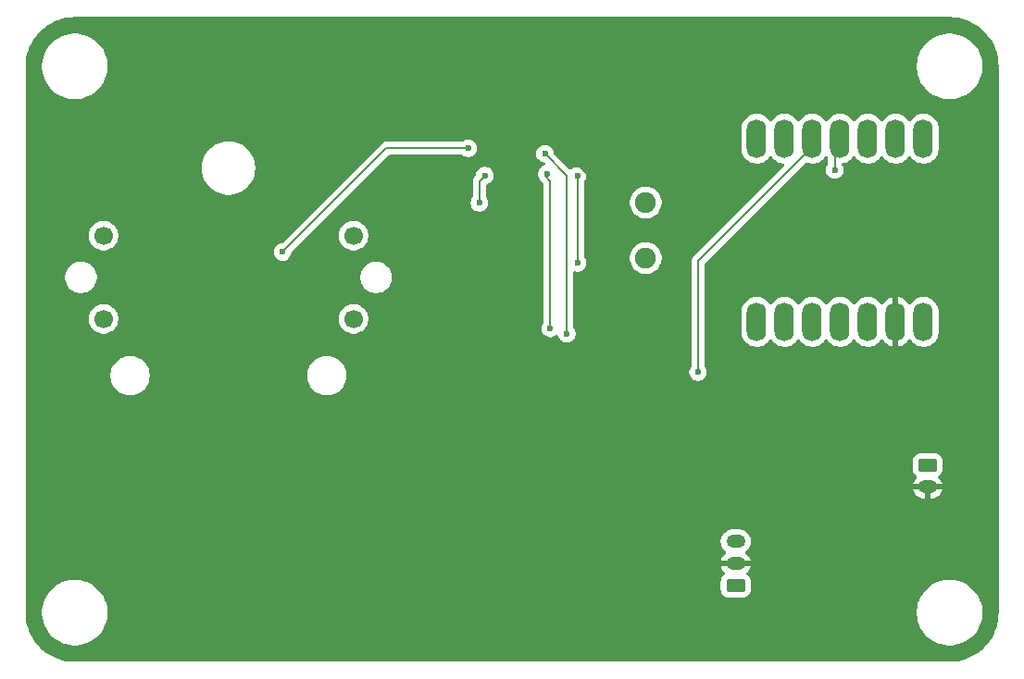
<source format=gbr>
%TF.GenerationSoftware,KiCad,Pcbnew,9.0.6*%
%TF.CreationDate,2026-02-22T18:14:21-08:00*%
%TF.ProjectId,display,64697370-6c61-4792-9e6b-696361645f70,rev?*%
%TF.SameCoordinates,Original*%
%TF.FileFunction,Copper,L2,Bot*%
%TF.FilePolarity,Positive*%
%FSLAX46Y46*%
G04 Gerber Fmt 4.6, Leading zero omitted, Abs format (unit mm)*
G04 Created by KiCad (PCBNEW 9.0.6) date 2026-02-22 18:14:21*
%MOMM*%
%LPD*%
G01*
G04 APERTURE LIST*
G04 Aperture macros list*
%AMRoundRect*
0 Rectangle with rounded corners*
0 $1 Rounding radius*
0 $2 $3 $4 $5 $6 $7 $8 $9 X,Y pos of 4 corners*
0 Add a 4 corners polygon primitive as box body*
4,1,4,$2,$3,$4,$5,$6,$7,$8,$9,$2,$3,0*
0 Add four circle primitives for the rounded corners*
1,1,$1+$1,$2,$3*
1,1,$1+$1,$4,$5*
1,1,$1+$1,$6,$7*
1,1,$1+$1,$8,$9*
0 Add four rect primitives between the rounded corners*
20,1,$1+$1,$2,$3,$4,$5,0*
20,1,$1+$1,$4,$5,$6,$7,0*
20,1,$1+$1,$6,$7,$8,$9,0*
20,1,$1+$1,$8,$9,$2,$3,0*%
G04 Aperture macros list end*
%TA.AperFunction,ComponentPad*%
%ADD10O,1.750000X1.200000*%
%TD*%
%TA.AperFunction,ComponentPad*%
%ADD11RoundRect,0.250000X-0.625000X0.350000X-0.625000X-0.350000X0.625000X-0.350000X0.625000X0.350000X0*%
%TD*%
%TA.AperFunction,ComponentPad*%
%ADD12O,1.778000X3.556000*%
%TD*%
%TA.AperFunction,ComponentPad*%
%ADD13C,1.905000*%
%TD*%
%TA.AperFunction,ComponentPad*%
%ADD14RoundRect,0.250000X0.625000X-0.350000X0.625000X0.350000X-0.625000X0.350000X-0.625000X-0.350000X0*%
%TD*%
%TA.AperFunction,ComponentPad*%
%ADD15C,1.700000*%
%TD*%
%TA.AperFunction,ViaPad*%
%ADD16C,0.600000*%
%TD*%
%TA.AperFunction,Conductor*%
%ADD17C,0.200000*%
%TD*%
G04 APERTURE END LIST*
D10*
%TO.P,J2,2,Pin_2*%
%TO.N,GND*%
X178000000Y-118500000D03*
D11*
%TO.P,J2,1,Pin_1*%
%TO.N,/RESET_BTN*%
X178000000Y-116500000D03*
%TD*%
D12*
%TO.P,U2,1,GPIO1_A0_D0*%
%TO.N,unconnected-(U2-GPIO1_A0_D0-Pad1)*%
X177620000Y-86618000D03*
%TO.P,U2,2,GPIO2_A1_D1*%
%TO.N,/MOTOR_A1*%
X175080000Y-86618000D03*
%TO.P,U2,3,GPIO3_A2_D2*%
%TO.N,/MOTOR_A2*%
X172540000Y-86618000D03*
%TO.P,U2,4,GPIO4_A3_D3*%
%TO.N,/MOTOR_B1*%
X170000000Y-86618000D03*
%TO.P,U2,5,GPIO5_A4_D4_SDA*%
%TO.N,Net-(U2-GPIO5_A4_D4_SDA)*%
X167460000Y-86618000D03*
%TO.P,U2,6,GPIO6_A5_D5_SCL*%
%TO.N,unconnected-(U2-GPIO6_A5_D5_SCL-Pad6)*%
X164920000Y-86618000D03*
%TO.P,U2,7,GPIO43_TX_D6*%
%TO.N,unconnected-(U2-GPIO43_TX_D6-Pad7)*%
X162380000Y-86618000D03*
%TO.P,U2,8,GPIO44_D7_RX*%
%TO.N,unconnected-(U2-GPIO44_D7_RX-Pad8)*%
X162380000Y-103382000D03*
%TO.P,U2,9,GPIO7_A8_D8_SCK*%
%TO.N,unconnected-(U2-GPIO7_A8_D8_SCK-Pad9)*%
X164920000Y-103382000D03*
%TO.P,U2,10,GPIO8_A9_D9_CIPO*%
%TO.N,/RESET_BTN*%
X167460000Y-103382000D03*
%TO.P,U2,11,GPIO9_A10_D10_COPI*%
%TO.N,/MOTOR_B2*%
X170000000Y-103382000D03*
%TO.P,U2,12,3V3*%
%TO.N,+3.3V*%
X172540000Y-103382000D03*
%TO.P,U2,13,GND*%
%TO.N,GND*%
X175080000Y-103382000D03*
%TO.P,U2,14,5V*%
%TO.N,+5V*%
X177620000Y-103382000D03*
D13*
%TO.P,U2,15,+BATT*%
%TO.N,unconnected-(U2-+BATT-Pad15)*%
X152220000Y-92460000D03*
%TO.P,U2,16,-BATT*%
%TO.N,unconnected-(U2--BATT-Pad16)*%
X152220000Y-97540000D03*
%TD*%
D14*
%TO.P,J1,1,Pin_1*%
%TO.N,+5V*%
X160450000Y-127500000D03*
D10*
%TO.P,J1,2,Pin_2*%
%TO.N,GND*%
X160450000Y-125500000D03*
%TO.P,J1,3,Pin_3*%
%TO.N,/NEO_DATA*%
X160450000Y-123500000D03*
%TD*%
D15*
%TO.P,M1,4*%
%TO.N,Net-(U1-AOUT1)*%
X102640000Y-103120000D03*
%TO.P,M1,3*%
%TO.N,Net-(U1-AOUT2)*%
X102640000Y-95500000D03*
%TO.P,M1,2,-*%
%TO.N,Net-(M1--)*%
X125500000Y-103120000D03*
%TO.P,M1,1*%
%TO.N,Net-(U1-BOUT1)*%
X125500000Y-95500000D03*
%TD*%
D16*
%TO.N,Net-(U1-AOUT1)*%
X136000000Y-87500000D03*
X119000000Y-97000000D03*
%TO.N,Net-(M1--)*%
X137500000Y-90000000D03*
X137000000Y-92500000D03*
%TO.N,GND*%
X143500000Y-113000000D03*
X138500000Y-113000000D03*
%TO.N,Net-(U2-GPIO5_A4_D4_SDA)*%
X157000000Y-108000000D03*
%TO.N,/MOTOR_B1*%
X169500000Y-89500000D03*
%TO.N,+5V*%
X146000000Y-90000000D03*
X146000000Y-98000000D03*
X146000000Y-98000000D03*
%TO.N,GND*%
X146000000Y-89000000D03*
X147000000Y-96500000D03*
%TO.N,Net-(U1-VINT)*%
X143000000Y-88000000D03*
X145000000Y-104500000D03*
%TO.N,Net-(U1-VCP)*%
X143174265Y-89825735D03*
X143500000Y-104000000D03*
%TD*%
D17*
%TO.N,Net-(U1-AOUT1)*%
X128500000Y-87500000D02*
X136000000Y-87500000D01*
X119000000Y-97000000D02*
X128500000Y-87500000D01*
%TO.N,Net-(M1--)*%
X137000000Y-90500000D02*
X137500000Y-90000000D01*
X137000000Y-92500000D02*
X137000000Y-90500000D01*
%TO.N,GND*%
X138500000Y-113000000D02*
X143500000Y-113000000D01*
%TO.N,Net-(U2-GPIO5_A4_D4_SDA)*%
X157000000Y-97840000D02*
X157000000Y-108000000D01*
X167460000Y-87380000D02*
X157000000Y-97840000D01*
%TO.N,/MOTOR_B1*%
X169500000Y-89500000D02*
X169500000Y-87880000D01*
X169500000Y-87880000D02*
X170000000Y-87380000D01*
%TO.N,+5V*%
X146000000Y-98000000D02*
X146000000Y-90000000D01*
%TO.N,GND*%
X149500000Y-92500000D02*
X146000000Y-89000000D01*
X149500000Y-94000000D02*
X149500000Y-92500000D01*
X147000000Y-96500000D02*
X149500000Y-94000000D01*
%TO.N,Net-(U1-VINT)*%
X145000000Y-90000000D02*
X143000000Y-88000000D01*
X145000000Y-104500000D02*
X145000000Y-90000000D01*
%TO.N,Net-(U1-VCP)*%
X143500000Y-90500000D02*
X143000000Y-90000000D01*
X143000000Y-90000000D02*
X143174265Y-89825735D01*
X143500000Y-104000000D02*
X143500000Y-90500000D01*
%TD*%
%TA.AperFunction,Conductor*%
%TO.N,GND*%
G36*
X180002702Y-75500617D02*
G01*
X180386771Y-75517386D01*
X180397506Y-75518326D01*
X180775971Y-75568152D01*
X180786597Y-75570025D01*
X181159284Y-75652648D01*
X181169710Y-75655442D01*
X181533765Y-75770227D01*
X181543911Y-75773920D01*
X181896578Y-75920000D01*
X181906369Y-75924566D01*
X182244942Y-76100816D01*
X182254310Y-76106224D01*
X182576244Y-76311318D01*
X182585105Y-76317523D01*
X182887930Y-76549889D01*
X182896217Y-76556843D01*
X183177635Y-76814715D01*
X183185284Y-76822364D01*
X183443156Y-77103782D01*
X183450110Y-77112069D01*
X183682476Y-77414894D01*
X183688681Y-77423755D01*
X183893775Y-77745689D01*
X183899183Y-77755057D01*
X184075430Y-78093623D01*
X184080002Y-78103427D01*
X184226075Y-78456078D01*
X184229775Y-78466244D01*
X184344554Y-78830278D01*
X184347354Y-78840727D01*
X184429971Y-79213389D01*
X184431849Y-79224042D01*
X184481671Y-79602473D01*
X184482614Y-79613249D01*
X184499382Y-79997297D01*
X184499500Y-80002706D01*
X184499500Y-129997293D01*
X184499382Y-130002702D01*
X184482614Y-130386750D01*
X184481671Y-130397526D01*
X184431849Y-130775957D01*
X184429971Y-130786610D01*
X184347354Y-131159272D01*
X184344554Y-131169721D01*
X184229775Y-131533755D01*
X184226075Y-131543921D01*
X184080002Y-131896572D01*
X184075430Y-131906376D01*
X183899183Y-132244942D01*
X183893775Y-132254310D01*
X183688681Y-132576244D01*
X183682476Y-132585105D01*
X183450110Y-132887930D01*
X183443156Y-132896217D01*
X183185284Y-133177635D01*
X183177635Y-133185284D01*
X182896217Y-133443156D01*
X182887930Y-133450110D01*
X182585105Y-133682476D01*
X182576244Y-133688681D01*
X182254310Y-133893775D01*
X182244942Y-133899183D01*
X181906376Y-134075430D01*
X181896572Y-134080002D01*
X181543921Y-134226075D01*
X181533755Y-134229775D01*
X181169721Y-134344554D01*
X181159272Y-134347354D01*
X180786610Y-134429971D01*
X180775957Y-134431849D01*
X180397526Y-134481671D01*
X180386750Y-134482614D01*
X180002703Y-134499382D01*
X179997294Y-134499500D01*
X100002706Y-134499500D01*
X99997297Y-134499382D01*
X99613249Y-134482614D01*
X99602473Y-134481671D01*
X99224042Y-134431849D01*
X99213389Y-134429971D01*
X98840727Y-134347354D01*
X98830278Y-134344554D01*
X98466244Y-134229775D01*
X98456078Y-134226075D01*
X98103427Y-134080002D01*
X98093623Y-134075430D01*
X97755057Y-133899183D01*
X97745689Y-133893775D01*
X97423755Y-133688681D01*
X97414894Y-133682476D01*
X97112069Y-133450110D01*
X97103782Y-133443156D01*
X96822364Y-133185284D01*
X96814715Y-133177635D01*
X96556843Y-132896217D01*
X96549889Y-132887930D01*
X96317523Y-132585105D01*
X96311318Y-132576244D01*
X96106224Y-132254310D01*
X96100816Y-132244942D01*
X95970818Y-131995219D01*
X95924566Y-131906369D01*
X95919997Y-131896572D01*
X95773924Y-131543921D01*
X95770224Y-131533755D01*
X95760623Y-131503304D01*
X95655442Y-131169710D01*
X95652648Y-131159284D01*
X95570025Y-130786597D01*
X95568152Y-130775971D01*
X95518326Y-130397506D01*
X95517386Y-130386771D01*
X95500618Y-130002702D01*
X95500500Y-129997293D01*
X95500500Y-129831491D01*
X96999500Y-129831491D01*
X96999500Y-130168508D01*
X97037231Y-130503381D01*
X97037233Y-130503397D01*
X97112223Y-130831953D01*
X97112227Y-130831965D01*
X97223532Y-131150054D01*
X97369752Y-131453683D01*
X97369754Y-131453686D01*
X97549054Y-131739039D01*
X97759175Y-132002523D01*
X97997477Y-132240825D01*
X98260961Y-132450946D01*
X98546314Y-132630246D01*
X98849949Y-132776469D01*
X99088848Y-132860063D01*
X99168034Y-132887772D01*
X99168046Y-132887776D01*
X99496606Y-132962767D01*
X99831492Y-133000499D01*
X99831493Y-133000500D01*
X99831496Y-133000500D01*
X100168507Y-133000500D01*
X100168507Y-133000499D01*
X100503394Y-132962767D01*
X100831954Y-132887776D01*
X101150051Y-132776469D01*
X101453686Y-132630246D01*
X101739039Y-132450946D01*
X102002523Y-132240825D01*
X102240825Y-132002523D01*
X102450946Y-131739039D01*
X102630246Y-131453686D01*
X102776469Y-131150051D01*
X102887776Y-130831954D01*
X102962767Y-130503394D01*
X103000500Y-130168504D01*
X103000500Y-129831496D01*
X103000499Y-129831491D01*
X176999500Y-129831491D01*
X176999500Y-130168508D01*
X177037231Y-130503381D01*
X177037233Y-130503397D01*
X177112223Y-130831953D01*
X177112227Y-130831965D01*
X177223532Y-131150054D01*
X177369752Y-131453683D01*
X177369754Y-131453686D01*
X177549054Y-131739039D01*
X177759175Y-132002523D01*
X177997477Y-132240825D01*
X178260961Y-132450946D01*
X178546314Y-132630246D01*
X178849949Y-132776469D01*
X179088848Y-132860063D01*
X179168034Y-132887772D01*
X179168046Y-132887776D01*
X179496606Y-132962767D01*
X179831492Y-133000499D01*
X179831493Y-133000500D01*
X179831496Y-133000500D01*
X180168507Y-133000500D01*
X180168507Y-133000499D01*
X180503394Y-132962767D01*
X180831954Y-132887776D01*
X181150051Y-132776469D01*
X181453686Y-132630246D01*
X181739039Y-132450946D01*
X182002523Y-132240825D01*
X182240825Y-132002523D01*
X182450946Y-131739039D01*
X182630246Y-131453686D01*
X182776469Y-131150051D01*
X182887776Y-130831954D01*
X182962767Y-130503394D01*
X183000500Y-130168504D01*
X183000500Y-129831496D01*
X182962767Y-129496606D01*
X182887776Y-129168046D01*
X182776469Y-128849949D01*
X182630246Y-128546314D01*
X182450946Y-128260961D01*
X182240825Y-127997477D01*
X182002523Y-127759175D01*
X181739039Y-127549054D01*
X181453686Y-127369754D01*
X181453683Y-127369752D01*
X181150054Y-127223532D01*
X180831965Y-127112227D01*
X180831953Y-127112223D01*
X180503397Y-127037233D01*
X180503381Y-127037231D01*
X180168508Y-126999500D01*
X180168504Y-126999500D01*
X179831496Y-126999500D01*
X179831491Y-126999500D01*
X179496618Y-127037231D01*
X179496602Y-127037233D01*
X179168046Y-127112223D01*
X179168034Y-127112227D01*
X178849945Y-127223532D01*
X178546316Y-127369752D01*
X178260962Y-127549053D01*
X177997477Y-127759174D01*
X177759174Y-127997477D01*
X177549053Y-128260962D01*
X177369752Y-128546316D01*
X177223532Y-128849945D01*
X177112227Y-129168034D01*
X177112223Y-129168046D01*
X177037233Y-129496602D01*
X177037231Y-129496618D01*
X176999500Y-129831491D01*
X103000499Y-129831491D01*
X102962767Y-129496606D01*
X102887776Y-129168046D01*
X102776469Y-128849949D01*
X102630246Y-128546314D01*
X102450946Y-128260961D01*
X102240825Y-127997477D01*
X102002523Y-127759175D01*
X101739039Y-127549054D01*
X101453686Y-127369754D01*
X101453683Y-127369752D01*
X101150062Y-127223536D01*
X101150059Y-127223535D01*
X101150051Y-127223531D01*
X101044440Y-127186576D01*
X100831965Y-127112227D01*
X100831953Y-127112223D01*
X100503397Y-127037233D01*
X100503381Y-127037231D01*
X100168508Y-126999500D01*
X100168504Y-126999500D01*
X99831496Y-126999500D01*
X99831491Y-126999500D01*
X99496618Y-127037231D01*
X99496602Y-127037233D01*
X99168046Y-127112223D01*
X99168034Y-127112227D01*
X98849945Y-127223532D01*
X98546316Y-127369752D01*
X98260962Y-127549053D01*
X97997477Y-127759174D01*
X97759174Y-127997477D01*
X97549053Y-128260962D01*
X97369752Y-128546316D01*
X97223532Y-128849945D01*
X97112227Y-129168034D01*
X97112223Y-129168046D01*
X97037233Y-129496602D01*
X97037231Y-129496618D01*
X96999500Y-129831491D01*
X95500500Y-129831491D01*
X95500500Y-123413389D01*
X159074500Y-123413389D01*
X159074500Y-123586611D01*
X159101598Y-123757701D01*
X159155127Y-123922445D01*
X159233768Y-124076788D01*
X159335586Y-124216928D01*
X159458072Y-124339414D01*
X159541449Y-124399991D01*
X159584114Y-124455322D01*
X159590093Y-124524935D01*
X159557487Y-124586730D01*
X159541448Y-124600627D01*
X159458404Y-124660961D01*
X159458399Y-124660965D01*
X159335967Y-124783397D01*
X159234195Y-124923475D01*
X159155591Y-125077744D01*
X159102085Y-125242415D01*
X159100884Y-125249999D01*
X159100885Y-125250000D01*
X160169670Y-125250000D01*
X160149925Y-125269745D01*
X160100556Y-125355255D01*
X160075000Y-125450630D01*
X160075000Y-125549370D01*
X160100556Y-125644745D01*
X160149925Y-125730255D01*
X160169670Y-125750000D01*
X159100885Y-125750000D01*
X159102085Y-125757584D01*
X159155591Y-125922255D01*
X159234195Y-126076524D01*
X159335967Y-126216602D01*
X159443565Y-126324200D01*
X159477050Y-126385523D01*
X159472066Y-126455215D01*
X159430194Y-126511148D01*
X159420981Y-126517420D01*
X159356342Y-126557289D01*
X159232289Y-126681342D01*
X159140187Y-126830663D01*
X159140186Y-126830666D01*
X159085001Y-126997203D01*
X159085001Y-126997204D01*
X159085000Y-126997204D01*
X159074500Y-127099983D01*
X159074500Y-127900001D01*
X159074501Y-127900019D01*
X159085000Y-128002796D01*
X159085001Y-128002799D01*
X159119402Y-128106613D01*
X159140186Y-128169334D01*
X159232288Y-128318656D01*
X159356344Y-128442712D01*
X159505666Y-128534814D01*
X159672203Y-128589999D01*
X159774991Y-128600500D01*
X161125008Y-128600499D01*
X161227797Y-128589999D01*
X161394334Y-128534814D01*
X161543656Y-128442712D01*
X161667712Y-128318656D01*
X161759814Y-128169334D01*
X161814999Y-128002797D01*
X161825500Y-127900009D01*
X161825499Y-127099992D01*
X161814999Y-126997203D01*
X161759814Y-126830666D01*
X161667712Y-126681344D01*
X161543656Y-126557288D01*
X161543655Y-126557287D01*
X161479019Y-126517420D01*
X161432294Y-126465472D01*
X161421071Y-126396510D01*
X161448914Y-126332428D01*
X161456434Y-126324199D01*
X161564035Y-126216598D01*
X161665804Y-126076524D01*
X161744408Y-125922255D01*
X161797914Y-125757584D01*
X161799115Y-125750000D01*
X160730330Y-125750000D01*
X160750075Y-125730255D01*
X160799444Y-125644745D01*
X160825000Y-125549370D01*
X160825000Y-125450630D01*
X160799444Y-125355255D01*
X160750075Y-125269745D01*
X160730330Y-125250000D01*
X161799115Y-125250000D01*
X161799115Y-125249999D01*
X161797914Y-125242415D01*
X161744408Y-125077744D01*
X161665804Y-124923475D01*
X161564032Y-124783397D01*
X161441602Y-124660967D01*
X161358551Y-124600628D01*
X161315885Y-124545298D01*
X161309906Y-124475685D01*
X161342511Y-124413889D01*
X161358551Y-124399991D01*
X161441928Y-124339414D01*
X161564414Y-124216928D01*
X161666232Y-124076788D01*
X161744873Y-123922445D01*
X161798402Y-123757701D01*
X161825500Y-123586611D01*
X161825500Y-123413389D01*
X161798402Y-123242299D01*
X161744873Y-123077555D01*
X161666232Y-122923212D01*
X161564414Y-122783072D01*
X161441928Y-122660586D01*
X161301788Y-122558768D01*
X161147445Y-122480127D01*
X160982701Y-122426598D01*
X160982699Y-122426597D01*
X160982698Y-122426597D01*
X160851271Y-122405781D01*
X160811611Y-122399500D01*
X160088389Y-122399500D01*
X160048728Y-122405781D01*
X159917302Y-122426597D01*
X159752552Y-122480128D01*
X159598211Y-122558768D01*
X159518256Y-122616859D01*
X159458072Y-122660586D01*
X159458070Y-122660588D01*
X159458069Y-122660588D01*
X159335588Y-122783069D01*
X159335588Y-122783070D01*
X159335586Y-122783072D01*
X159291859Y-122843256D01*
X159233768Y-122923211D01*
X159155128Y-123077552D01*
X159101597Y-123242302D01*
X159074500Y-123413389D01*
X95500500Y-123413389D01*
X95500500Y-116099983D01*
X176624500Y-116099983D01*
X176624500Y-116900001D01*
X176624501Y-116900019D01*
X176635000Y-117002796D01*
X176635001Y-117002799D01*
X176690185Y-117169331D01*
X176690186Y-117169334D01*
X176782288Y-117318656D01*
X176906344Y-117442712D01*
X176970981Y-117482580D01*
X177017705Y-117534526D01*
X177028928Y-117603489D01*
X177001085Y-117667571D01*
X176993566Y-117675799D01*
X176885964Y-117783401D01*
X176784195Y-117923475D01*
X176705591Y-118077744D01*
X176652085Y-118242415D01*
X176650884Y-118249999D01*
X176650885Y-118250000D01*
X177719670Y-118250000D01*
X177699925Y-118269745D01*
X177650556Y-118355255D01*
X177625000Y-118450630D01*
X177625000Y-118549370D01*
X177650556Y-118644745D01*
X177699925Y-118730255D01*
X177719670Y-118750000D01*
X176650885Y-118750000D01*
X176652085Y-118757584D01*
X176705591Y-118922255D01*
X176784195Y-119076524D01*
X176885967Y-119216602D01*
X177008397Y-119339032D01*
X177148475Y-119440804D01*
X177302742Y-119519408D01*
X177467415Y-119572914D01*
X177638429Y-119600000D01*
X177750000Y-119600000D01*
X177750000Y-118780330D01*
X177769745Y-118800075D01*
X177855255Y-118849444D01*
X177950630Y-118875000D01*
X178049370Y-118875000D01*
X178144745Y-118849444D01*
X178230255Y-118800075D01*
X178250000Y-118780330D01*
X178250000Y-119600000D01*
X178361571Y-119600000D01*
X178532584Y-119572914D01*
X178697257Y-119519408D01*
X178851524Y-119440804D01*
X178991602Y-119339032D01*
X179114032Y-119216602D01*
X179215804Y-119076524D01*
X179294408Y-118922255D01*
X179347914Y-118757584D01*
X179349115Y-118750000D01*
X178280330Y-118750000D01*
X178300075Y-118730255D01*
X178349444Y-118644745D01*
X178375000Y-118549370D01*
X178375000Y-118450630D01*
X178349444Y-118355255D01*
X178300075Y-118269745D01*
X178280330Y-118250000D01*
X179349115Y-118250000D01*
X179349115Y-118249999D01*
X179347914Y-118242415D01*
X179294408Y-118077744D01*
X179215804Y-117923475D01*
X179114032Y-117783397D01*
X179006434Y-117675799D01*
X178972949Y-117614476D01*
X178977933Y-117544784D01*
X179019805Y-117488851D01*
X179028995Y-117482594D01*
X179093656Y-117442712D01*
X179217712Y-117318656D01*
X179309814Y-117169334D01*
X179364999Y-117002797D01*
X179375500Y-116900009D01*
X179375499Y-116099992D01*
X179364999Y-115997203D01*
X179309814Y-115830666D01*
X179217712Y-115681344D01*
X179093656Y-115557288D01*
X178944334Y-115465186D01*
X178777797Y-115410001D01*
X178777795Y-115410000D01*
X178675010Y-115399500D01*
X177324998Y-115399500D01*
X177324981Y-115399501D01*
X177222203Y-115410000D01*
X177222200Y-115410001D01*
X177055668Y-115465185D01*
X177055663Y-115465187D01*
X176906342Y-115557289D01*
X176782289Y-115681342D01*
X176690187Y-115830663D01*
X176690186Y-115830666D01*
X176635001Y-115997203D01*
X176635001Y-115997204D01*
X176635000Y-115997204D01*
X176624500Y-116099983D01*
X95500500Y-116099983D01*
X95500500Y-108191995D01*
X103269500Y-108191995D01*
X103269500Y-108428004D01*
X103269501Y-108428020D01*
X103295010Y-108621786D01*
X103300307Y-108662014D01*
X103313003Y-108709397D01*
X103361394Y-108889993D01*
X103451714Y-109108045D01*
X103451719Y-109108056D01*
X103522677Y-109230957D01*
X103569727Y-109312450D01*
X103569729Y-109312453D01*
X103569730Y-109312454D01*
X103713406Y-109499697D01*
X103713412Y-109499704D01*
X103880295Y-109666587D01*
X103880301Y-109666592D01*
X104067550Y-109810273D01*
X104198918Y-109886118D01*
X104271943Y-109928280D01*
X104271948Y-109928282D01*
X104271951Y-109928284D01*
X104490007Y-110018606D01*
X104717986Y-110079693D01*
X104951989Y-110110500D01*
X104951996Y-110110500D01*
X105188004Y-110110500D01*
X105188011Y-110110500D01*
X105422014Y-110079693D01*
X105649993Y-110018606D01*
X105868049Y-109928284D01*
X106072450Y-109810273D01*
X106259699Y-109666592D01*
X106426592Y-109499699D01*
X106570273Y-109312450D01*
X106688284Y-109108049D01*
X106778606Y-108889993D01*
X106839693Y-108662014D01*
X106870500Y-108428011D01*
X106870500Y-108191995D01*
X121269500Y-108191995D01*
X121269500Y-108428004D01*
X121269501Y-108428020D01*
X121295010Y-108621786D01*
X121300307Y-108662014D01*
X121313003Y-108709397D01*
X121361394Y-108889993D01*
X121451714Y-109108045D01*
X121451719Y-109108056D01*
X121522677Y-109230957D01*
X121569727Y-109312450D01*
X121569729Y-109312453D01*
X121569730Y-109312454D01*
X121713406Y-109499697D01*
X121713412Y-109499704D01*
X121880295Y-109666587D01*
X121880301Y-109666592D01*
X122067550Y-109810273D01*
X122198918Y-109886118D01*
X122271943Y-109928280D01*
X122271948Y-109928282D01*
X122271951Y-109928284D01*
X122490007Y-110018606D01*
X122717986Y-110079693D01*
X122951989Y-110110500D01*
X122951996Y-110110500D01*
X123188004Y-110110500D01*
X123188011Y-110110500D01*
X123422014Y-110079693D01*
X123649993Y-110018606D01*
X123868049Y-109928284D01*
X124072450Y-109810273D01*
X124259699Y-109666592D01*
X124426592Y-109499699D01*
X124570273Y-109312450D01*
X124688284Y-109108049D01*
X124778606Y-108889993D01*
X124839693Y-108662014D01*
X124870500Y-108428011D01*
X124870500Y-108191989D01*
X124839693Y-107957986D01*
X124829824Y-107921153D01*
X156199500Y-107921153D01*
X156199500Y-108078846D01*
X156230261Y-108233489D01*
X156230264Y-108233501D01*
X156290602Y-108379172D01*
X156290609Y-108379185D01*
X156378210Y-108510288D01*
X156378213Y-108510292D01*
X156489707Y-108621786D01*
X156489711Y-108621789D01*
X156620814Y-108709390D01*
X156620827Y-108709397D01*
X156766498Y-108769735D01*
X156766503Y-108769737D01*
X156921153Y-108800499D01*
X156921156Y-108800500D01*
X156921158Y-108800500D01*
X157078844Y-108800500D01*
X157078845Y-108800499D01*
X157233497Y-108769737D01*
X157379179Y-108709394D01*
X157510289Y-108621789D01*
X157621789Y-108510289D01*
X157709394Y-108379179D01*
X157769737Y-108233497D01*
X157800500Y-108078842D01*
X157800500Y-107921158D01*
X157800500Y-107921155D01*
X157800499Y-107921153D01*
X157769737Y-107766503D01*
X157738868Y-107691978D01*
X157709397Y-107620827D01*
X157709390Y-107620814D01*
X157621398Y-107489125D01*
X157600520Y-107422447D01*
X157600500Y-107420234D01*
X157600500Y-102383638D01*
X160990500Y-102383638D01*
X160990500Y-104380361D01*
X161024714Y-104596376D01*
X161092297Y-104804380D01*
X161092298Y-104804383D01*
X161159782Y-104936825D01*
X161179722Y-104975960D01*
X161191595Y-104999260D01*
X161320142Y-105176193D01*
X161474806Y-105330857D01*
X161640374Y-105451147D01*
X161651743Y-105459407D01*
X161779132Y-105524315D01*
X161846616Y-105558701D01*
X161846619Y-105558702D01*
X161950621Y-105592493D01*
X162054625Y-105626286D01*
X162154672Y-105642132D01*
X162270639Y-105660500D01*
X162270644Y-105660500D01*
X162489361Y-105660500D01*
X162594082Y-105643912D01*
X162705375Y-105626286D01*
X162913383Y-105558701D01*
X163108257Y-105459407D01*
X163207601Y-105387229D01*
X163285193Y-105330857D01*
X163285195Y-105330854D01*
X163285199Y-105330852D01*
X163439852Y-105176199D01*
X163549683Y-105025028D01*
X163605011Y-104982364D01*
X163674624Y-104976385D01*
X163736420Y-105008990D01*
X163750313Y-105025023D01*
X163820615Y-105121786D01*
X163860148Y-105176199D01*
X164014806Y-105330857D01*
X164180374Y-105451147D01*
X164191743Y-105459407D01*
X164319132Y-105524315D01*
X164386616Y-105558701D01*
X164386619Y-105558702D01*
X164490621Y-105592493D01*
X164594625Y-105626286D01*
X164694672Y-105642132D01*
X164810639Y-105660500D01*
X164810644Y-105660500D01*
X165029361Y-105660500D01*
X165134082Y-105643912D01*
X165245375Y-105626286D01*
X165453383Y-105558701D01*
X165648257Y-105459407D01*
X165747601Y-105387229D01*
X165825193Y-105330857D01*
X165825195Y-105330854D01*
X165825199Y-105330852D01*
X165979852Y-105176199D01*
X166089683Y-105025028D01*
X166145011Y-104982364D01*
X166214624Y-104976385D01*
X166276420Y-105008990D01*
X166290313Y-105025023D01*
X166360615Y-105121786D01*
X166400148Y-105176199D01*
X166554806Y-105330857D01*
X166720374Y-105451147D01*
X166731743Y-105459407D01*
X166859132Y-105524315D01*
X166926616Y-105558701D01*
X166926619Y-105558702D01*
X167030621Y-105592493D01*
X167134625Y-105626286D01*
X167234672Y-105642132D01*
X167350639Y-105660500D01*
X167350644Y-105660500D01*
X167569361Y-105660500D01*
X167674082Y-105643912D01*
X167785375Y-105626286D01*
X167993383Y-105558701D01*
X168188257Y-105459407D01*
X168287601Y-105387229D01*
X168365193Y-105330857D01*
X168365195Y-105330854D01*
X168365199Y-105330852D01*
X168519852Y-105176199D01*
X168629683Y-105025028D01*
X168685011Y-104982364D01*
X168754624Y-104976385D01*
X168816420Y-105008990D01*
X168830313Y-105025023D01*
X168900615Y-105121786D01*
X168940148Y-105176199D01*
X169094806Y-105330857D01*
X169260374Y-105451147D01*
X169271743Y-105459407D01*
X169399132Y-105524315D01*
X169466616Y-105558701D01*
X169466619Y-105558702D01*
X169570621Y-105592493D01*
X169674625Y-105626286D01*
X169774672Y-105642132D01*
X169890639Y-105660500D01*
X169890644Y-105660500D01*
X170109361Y-105660500D01*
X170214082Y-105643912D01*
X170325375Y-105626286D01*
X170533383Y-105558701D01*
X170728257Y-105459407D01*
X170827601Y-105387229D01*
X170905193Y-105330857D01*
X170905195Y-105330854D01*
X170905199Y-105330852D01*
X171059852Y-105176199D01*
X171169683Y-105025028D01*
X171225011Y-104982364D01*
X171294624Y-104976385D01*
X171356420Y-105008990D01*
X171370313Y-105025023D01*
X171440615Y-105121786D01*
X171480148Y-105176199D01*
X171634806Y-105330857D01*
X171800374Y-105451147D01*
X171811743Y-105459407D01*
X171939132Y-105524315D01*
X172006616Y-105558701D01*
X172006619Y-105558702D01*
X172110621Y-105592493D01*
X172214625Y-105626286D01*
X172314672Y-105642132D01*
X172430639Y-105660500D01*
X172430644Y-105660500D01*
X172649361Y-105660500D01*
X172754082Y-105643912D01*
X172865375Y-105626286D01*
X173073383Y-105558701D01*
X173268257Y-105459407D01*
X173367601Y-105387229D01*
X173445193Y-105330857D01*
X173445195Y-105330854D01*
X173445199Y-105330852D01*
X173599852Y-105176199D01*
X173709991Y-105024603D01*
X173765320Y-104981939D01*
X173834933Y-104975960D01*
X173896729Y-105008565D01*
X173910627Y-105024605D01*
X174020524Y-105175866D01*
X174020528Y-105175871D01*
X174175128Y-105330471D01*
X174175133Y-105330475D01*
X174352001Y-105458976D01*
X174546808Y-105558237D01*
X174546811Y-105558238D01*
X174754739Y-105625797D01*
X174829999Y-105637717D01*
X174830000Y-105637717D01*
X174830000Y-103062251D01*
X174883919Y-103093381D01*
X175013120Y-103128000D01*
X175146880Y-103128000D01*
X175276081Y-103093381D01*
X175330000Y-103062251D01*
X175330000Y-105637717D01*
X175405258Y-105625797D01*
X175405261Y-105625797D01*
X175613188Y-105558238D01*
X175613191Y-105558237D01*
X175807998Y-105458976D01*
X175984866Y-105330475D01*
X175984871Y-105330471D01*
X176139469Y-105175873D01*
X176249371Y-105024605D01*
X176304701Y-104981939D01*
X176374314Y-104975960D01*
X176436110Y-105008565D01*
X176450008Y-105024605D01*
X176560142Y-105176192D01*
X176560146Y-105176197D01*
X176714806Y-105330857D01*
X176880374Y-105451147D01*
X176891743Y-105459407D01*
X177019132Y-105524315D01*
X177086616Y-105558701D01*
X177086619Y-105558702D01*
X177190621Y-105592493D01*
X177294625Y-105626286D01*
X177394672Y-105642132D01*
X177510639Y-105660500D01*
X177510644Y-105660500D01*
X177729361Y-105660500D01*
X177834082Y-105643912D01*
X177945375Y-105626286D01*
X178153383Y-105558701D01*
X178348257Y-105459407D01*
X178447601Y-105387229D01*
X178525193Y-105330857D01*
X178525195Y-105330854D01*
X178525199Y-105330852D01*
X178679852Y-105176199D01*
X178679854Y-105176195D01*
X178679857Y-105176193D01*
X178736229Y-105098601D01*
X178808407Y-104999257D01*
X178907701Y-104804383D01*
X178975286Y-104596375D01*
X179003038Y-104421158D01*
X179009500Y-104380361D01*
X179009500Y-102383638D01*
X178986782Y-102240208D01*
X178975286Y-102167625D01*
X178909434Y-101964951D01*
X178907702Y-101959619D01*
X178907701Y-101959616D01*
X178861245Y-101868443D01*
X178808407Y-101764743D01*
X178789681Y-101738969D01*
X178679857Y-101587806D01*
X178525193Y-101433142D01*
X178348260Y-101304595D01*
X178348259Y-101304594D01*
X178348257Y-101304593D01*
X178285825Y-101272782D01*
X178153383Y-101205298D01*
X178153380Y-101205297D01*
X177945376Y-101137714D01*
X177729361Y-101103500D01*
X177729356Y-101103500D01*
X177510644Y-101103500D01*
X177510639Y-101103500D01*
X177294623Y-101137714D01*
X177086619Y-101205297D01*
X177086616Y-101205298D01*
X176891739Y-101304595D01*
X176714806Y-101433142D01*
X176560146Y-101587802D01*
X176560142Y-101587807D01*
X176450008Y-101739394D01*
X176394678Y-101782060D01*
X176325065Y-101788039D01*
X176263270Y-101755433D01*
X176249372Y-101739394D01*
X176139475Y-101588133D01*
X176139471Y-101588128D01*
X175984871Y-101433528D01*
X175984866Y-101433524D01*
X175807998Y-101305023D01*
X175613191Y-101205762D01*
X175613188Y-101205761D01*
X175405258Y-101138201D01*
X175330000Y-101126281D01*
X175330000Y-102177748D01*
X175276081Y-102146619D01*
X175146880Y-102112000D01*
X175013120Y-102112000D01*
X174883919Y-102146619D01*
X174830000Y-102177748D01*
X174830000Y-101126281D01*
X174754741Y-101138201D01*
X174546811Y-101205761D01*
X174546808Y-101205762D01*
X174352001Y-101305023D01*
X174175133Y-101433524D01*
X174175128Y-101433528D01*
X174020528Y-101588128D01*
X174020524Y-101588133D01*
X173910627Y-101739394D01*
X173855297Y-101782060D01*
X173785684Y-101788039D01*
X173723889Y-101755433D01*
X173709991Y-101739394D01*
X173599857Y-101587807D01*
X173599853Y-101587802D01*
X173445193Y-101433142D01*
X173268260Y-101304595D01*
X173268259Y-101304594D01*
X173268257Y-101304593D01*
X173205825Y-101272782D01*
X173073383Y-101205298D01*
X173073380Y-101205297D01*
X172865376Y-101137714D01*
X172649361Y-101103500D01*
X172649356Y-101103500D01*
X172430644Y-101103500D01*
X172430639Y-101103500D01*
X172214623Y-101137714D01*
X172006619Y-101205297D01*
X172006616Y-101205298D01*
X171811739Y-101304595D01*
X171634806Y-101433142D01*
X171480142Y-101587806D01*
X171370318Y-101738969D01*
X171314989Y-101781635D01*
X171245375Y-101787614D01*
X171183580Y-101755009D01*
X171169682Y-101738969D01*
X171059857Y-101587806D01*
X170905193Y-101433142D01*
X170728260Y-101304595D01*
X170728259Y-101304594D01*
X170728257Y-101304593D01*
X170665825Y-101272782D01*
X170533383Y-101205298D01*
X170533380Y-101205297D01*
X170325376Y-101137714D01*
X170109361Y-101103500D01*
X170109356Y-101103500D01*
X169890644Y-101103500D01*
X169890639Y-101103500D01*
X169674623Y-101137714D01*
X169466619Y-101205297D01*
X169466616Y-101205298D01*
X169271739Y-101304595D01*
X169094806Y-101433142D01*
X168940142Y-101587806D01*
X168830318Y-101738969D01*
X168774989Y-101781635D01*
X168705375Y-101787614D01*
X168643580Y-101755009D01*
X168629682Y-101738969D01*
X168519857Y-101587806D01*
X168365193Y-101433142D01*
X168188260Y-101304595D01*
X168188259Y-101304594D01*
X168188257Y-101304593D01*
X168125825Y-101272782D01*
X167993383Y-101205298D01*
X167993380Y-101205297D01*
X167785376Y-101137714D01*
X167569361Y-101103500D01*
X167569356Y-101103500D01*
X167350644Y-101103500D01*
X167350639Y-101103500D01*
X167134623Y-101137714D01*
X166926619Y-101205297D01*
X166926616Y-101205298D01*
X166731739Y-101304595D01*
X166554806Y-101433142D01*
X166400142Y-101587806D01*
X166290318Y-101738969D01*
X166234989Y-101781635D01*
X166165375Y-101787614D01*
X166103580Y-101755009D01*
X166089682Y-101738969D01*
X165979857Y-101587806D01*
X165825193Y-101433142D01*
X165648260Y-101304595D01*
X165648259Y-101304594D01*
X165648257Y-101304593D01*
X165585825Y-101272782D01*
X165453383Y-101205298D01*
X165453380Y-101205297D01*
X165245376Y-101137714D01*
X165029361Y-101103500D01*
X165029356Y-101103500D01*
X164810644Y-101103500D01*
X164810639Y-101103500D01*
X164594623Y-101137714D01*
X164386619Y-101205297D01*
X164386616Y-101205298D01*
X164191739Y-101304595D01*
X164014806Y-101433142D01*
X163860142Y-101587806D01*
X163750318Y-101738969D01*
X163694989Y-101781635D01*
X163625375Y-101787614D01*
X163563580Y-101755009D01*
X163549682Y-101738969D01*
X163439857Y-101587806D01*
X163285193Y-101433142D01*
X163108260Y-101304595D01*
X163108259Y-101304594D01*
X163108257Y-101304593D01*
X163045825Y-101272782D01*
X162913383Y-101205298D01*
X162913380Y-101205297D01*
X162705376Y-101137714D01*
X162489361Y-101103500D01*
X162489356Y-101103500D01*
X162270644Y-101103500D01*
X162270639Y-101103500D01*
X162054623Y-101137714D01*
X161846619Y-101205297D01*
X161846616Y-101205298D01*
X161651739Y-101304595D01*
X161474806Y-101433142D01*
X161320142Y-101587806D01*
X161191595Y-101764739D01*
X161092298Y-101959616D01*
X161092297Y-101959619D01*
X161024714Y-102167623D01*
X160990500Y-102383638D01*
X157600500Y-102383638D01*
X157600500Y-98140096D01*
X157620185Y-98073057D01*
X157636814Y-98052420D01*
X166848672Y-88840561D01*
X166909993Y-88807078D01*
X166974665Y-88810312D01*
X167067768Y-88840563D01*
X167134624Y-88862286D01*
X167350639Y-88896500D01*
X167350644Y-88896500D01*
X167569361Y-88896500D01*
X167674082Y-88879912D01*
X167785375Y-88862286D01*
X167993383Y-88794701D01*
X168188257Y-88695407D01*
X168289588Y-88621786D01*
X168365193Y-88566857D01*
X168365195Y-88566854D01*
X168365199Y-88566852D01*
X168519852Y-88412199D01*
X168629683Y-88261028D01*
X168651958Y-88243851D01*
X168672133Y-88224245D01*
X168679256Y-88222801D01*
X168685011Y-88218364D01*
X168713038Y-88215956D01*
X168740611Y-88210370D01*
X168747383Y-88213006D01*
X168754624Y-88212385D01*
X168779504Y-88225512D01*
X168805720Y-88235719D01*
X168812951Y-88243160D01*
X168816420Y-88244990D01*
X168830314Y-88261024D01*
X168875818Y-88323656D01*
X168899298Y-88389461D01*
X168899500Y-88396540D01*
X168899500Y-88920234D01*
X168879815Y-88987273D01*
X168878602Y-88989125D01*
X168790609Y-89120814D01*
X168790602Y-89120827D01*
X168730264Y-89266498D01*
X168730261Y-89266510D01*
X168699500Y-89421153D01*
X168699500Y-89578846D01*
X168730261Y-89733489D01*
X168730264Y-89733501D01*
X168790602Y-89879172D01*
X168790609Y-89879185D01*
X168878210Y-90010288D01*
X168878213Y-90010292D01*
X168989707Y-90121786D01*
X168989711Y-90121789D01*
X169120814Y-90209390D01*
X169120827Y-90209397D01*
X169262831Y-90268216D01*
X169266503Y-90269737D01*
X169419132Y-90300097D01*
X169421153Y-90300499D01*
X169421156Y-90300500D01*
X169421158Y-90300500D01*
X169578844Y-90300500D01*
X169578845Y-90300499D01*
X169733497Y-90269737D01*
X169879179Y-90209394D01*
X170010289Y-90121789D01*
X170121789Y-90010289D01*
X170209394Y-89879179D01*
X170269737Y-89733497D01*
X170300500Y-89578842D01*
X170300500Y-89421158D01*
X170300500Y-89421155D01*
X170300499Y-89421153D01*
X170279472Y-89315446D01*
X170269737Y-89266503D01*
X170269735Y-89266498D01*
X170209397Y-89120827D01*
X170209395Y-89120823D01*
X170209394Y-89120821D01*
X170171896Y-89064701D01*
X170151018Y-88998024D01*
X170169502Y-88930644D01*
X170221481Y-88883953D01*
X170255600Y-88873337D01*
X170325375Y-88862286D01*
X170533383Y-88794701D01*
X170728257Y-88695407D01*
X170829588Y-88621786D01*
X170905193Y-88566857D01*
X170905195Y-88566854D01*
X170905199Y-88566852D01*
X171059852Y-88412199D01*
X171169683Y-88261028D01*
X171225011Y-88218364D01*
X171294624Y-88212385D01*
X171356420Y-88244990D01*
X171370313Y-88261023D01*
X171415817Y-88323654D01*
X171480148Y-88412199D01*
X171634806Y-88566857D01*
X171800374Y-88687147D01*
X171811743Y-88695407D01*
X171929289Y-88755300D01*
X172006616Y-88794701D01*
X172006619Y-88794702D01*
X172054666Y-88810313D01*
X172214625Y-88862286D01*
X172314672Y-88878132D01*
X172430639Y-88896500D01*
X172430644Y-88896500D01*
X172649361Y-88896500D01*
X172754082Y-88879912D01*
X172865375Y-88862286D01*
X173073383Y-88794701D01*
X173268257Y-88695407D01*
X173369588Y-88621786D01*
X173445193Y-88566857D01*
X173445195Y-88566854D01*
X173445199Y-88566852D01*
X173599852Y-88412199D01*
X173709683Y-88261028D01*
X173765011Y-88218364D01*
X173834624Y-88212385D01*
X173896420Y-88244990D01*
X173910313Y-88261023D01*
X173955817Y-88323654D01*
X174020148Y-88412199D01*
X174174806Y-88566857D01*
X174340374Y-88687147D01*
X174351743Y-88695407D01*
X174469289Y-88755300D01*
X174546616Y-88794701D01*
X174546619Y-88794702D01*
X174594666Y-88810313D01*
X174754625Y-88862286D01*
X174854672Y-88878132D01*
X174970639Y-88896500D01*
X174970644Y-88896500D01*
X175189361Y-88896500D01*
X175294082Y-88879912D01*
X175405375Y-88862286D01*
X175613383Y-88794701D01*
X175808257Y-88695407D01*
X175909588Y-88621786D01*
X175985193Y-88566857D01*
X175985195Y-88566854D01*
X175985199Y-88566852D01*
X176139852Y-88412199D01*
X176249683Y-88261028D01*
X176305011Y-88218364D01*
X176374624Y-88212385D01*
X176436420Y-88244990D01*
X176450313Y-88261023D01*
X176495817Y-88323654D01*
X176560148Y-88412199D01*
X176714806Y-88566857D01*
X176880374Y-88687147D01*
X176891743Y-88695407D01*
X177009289Y-88755300D01*
X177086616Y-88794701D01*
X177086619Y-88794702D01*
X177134666Y-88810313D01*
X177294625Y-88862286D01*
X177394672Y-88878132D01*
X177510639Y-88896500D01*
X177510644Y-88896500D01*
X177729361Y-88896500D01*
X177834082Y-88879912D01*
X177945375Y-88862286D01*
X178153383Y-88794701D01*
X178348257Y-88695407D01*
X178449588Y-88621786D01*
X178525193Y-88566857D01*
X178525195Y-88566854D01*
X178525199Y-88566852D01*
X178679852Y-88412199D01*
X178679854Y-88412195D01*
X178679857Y-88412193D01*
X178744183Y-88323654D01*
X178808407Y-88235257D01*
X178907701Y-88040383D01*
X178975286Y-87832375D01*
X179000284Y-87674545D01*
X179009500Y-87616361D01*
X179009500Y-85619638D01*
X178989595Y-85493971D01*
X178975286Y-85403625D01*
X178907701Y-85195617D01*
X178907701Y-85195616D01*
X178820060Y-85023614D01*
X178808407Y-85000743D01*
X178789681Y-84974969D01*
X178679857Y-84823806D01*
X178525193Y-84669142D01*
X178348260Y-84540595D01*
X178348259Y-84540594D01*
X178348257Y-84540593D01*
X178285825Y-84508782D01*
X178153383Y-84441298D01*
X178153380Y-84441297D01*
X177945376Y-84373714D01*
X177729361Y-84339500D01*
X177729356Y-84339500D01*
X177510644Y-84339500D01*
X177510639Y-84339500D01*
X177294623Y-84373714D01*
X177086619Y-84441297D01*
X177086616Y-84441298D01*
X176891739Y-84540595D01*
X176714806Y-84669142D01*
X176560142Y-84823806D01*
X176450318Y-84974969D01*
X176394989Y-85017635D01*
X176325375Y-85023614D01*
X176263580Y-84991009D01*
X176249682Y-84974969D01*
X176139857Y-84823806D01*
X175985193Y-84669142D01*
X175808260Y-84540595D01*
X175808259Y-84540594D01*
X175808257Y-84540593D01*
X175745825Y-84508782D01*
X175613383Y-84441298D01*
X175613380Y-84441297D01*
X175405376Y-84373714D01*
X175189361Y-84339500D01*
X175189356Y-84339500D01*
X174970644Y-84339500D01*
X174970639Y-84339500D01*
X174754623Y-84373714D01*
X174546619Y-84441297D01*
X174546616Y-84441298D01*
X174351739Y-84540595D01*
X174174806Y-84669142D01*
X174020142Y-84823806D01*
X173910318Y-84974969D01*
X173854989Y-85017635D01*
X173785375Y-85023614D01*
X173723580Y-84991009D01*
X173709682Y-84974969D01*
X173599857Y-84823806D01*
X173445193Y-84669142D01*
X173268260Y-84540595D01*
X173268259Y-84540594D01*
X173268257Y-84540593D01*
X173205825Y-84508782D01*
X173073383Y-84441298D01*
X173073380Y-84441297D01*
X172865376Y-84373714D01*
X172649361Y-84339500D01*
X172649356Y-84339500D01*
X172430644Y-84339500D01*
X172430639Y-84339500D01*
X172214623Y-84373714D01*
X172006619Y-84441297D01*
X172006616Y-84441298D01*
X171811739Y-84540595D01*
X171634806Y-84669142D01*
X171480142Y-84823806D01*
X171370318Y-84974969D01*
X171314989Y-85017635D01*
X171245375Y-85023614D01*
X171183580Y-84991009D01*
X171169682Y-84974969D01*
X171059857Y-84823806D01*
X170905193Y-84669142D01*
X170728260Y-84540595D01*
X170728259Y-84540594D01*
X170728257Y-84540593D01*
X170665825Y-84508782D01*
X170533383Y-84441298D01*
X170533380Y-84441297D01*
X170325376Y-84373714D01*
X170109361Y-84339500D01*
X170109356Y-84339500D01*
X169890644Y-84339500D01*
X169890639Y-84339500D01*
X169674623Y-84373714D01*
X169466619Y-84441297D01*
X169466616Y-84441298D01*
X169271739Y-84540595D01*
X169094806Y-84669142D01*
X168940142Y-84823806D01*
X168830318Y-84974969D01*
X168774989Y-85017635D01*
X168705375Y-85023614D01*
X168643580Y-84991009D01*
X168629682Y-84974969D01*
X168519857Y-84823806D01*
X168365193Y-84669142D01*
X168188260Y-84540595D01*
X168188259Y-84540594D01*
X168188257Y-84540593D01*
X168125825Y-84508782D01*
X167993383Y-84441298D01*
X167993380Y-84441297D01*
X167785376Y-84373714D01*
X167569361Y-84339500D01*
X167569356Y-84339500D01*
X167350644Y-84339500D01*
X167350639Y-84339500D01*
X167134623Y-84373714D01*
X166926619Y-84441297D01*
X166926616Y-84441298D01*
X166731739Y-84540595D01*
X166554806Y-84669142D01*
X166400142Y-84823806D01*
X166290318Y-84974969D01*
X166234989Y-85017635D01*
X166165375Y-85023614D01*
X166103580Y-84991009D01*
X166089682Y-84974969D01*
X165979857Y-84823806D01*
X165825193Y-84669142D01*
X165648260Y-84540595D01*
X165648259Y-84540594D01*
X165648257Y-84540593D01*
X165585825Y-84508782D01*
X165453383Y-84441298D01*
X165453380Y-84441297D01*
X165245376Y-84373714D01*
X165029361Y-84339500D01*
X165029356Y-84339500D01*
X164810644Y-84339500D01*
X164810639Y-84339500D01*
X164594623Y-84373714D01*
X164386619Y-84441297D01*
X164386616Y-84441298D01*
X164191739Y-84540595D01*
X164014806Y-84669142D01*
X163860142Y-84823806D01*
X163750318Y-84974969D01*
X163694989Y-85017635D01*
X163625375Y-85023614D01*
X163563580Y-84991009D01*
X163549682Y-84974969D01*
X163439857Y-84823806D01*
X163285193Y-84669142D01*
X163108260Y-84540595D01*
X163108259Y-84540594D01*
X163108257Y-84540593D01*
X163045825Y-84508782D01*
X162913383Y-84441298D01*
X162913380Y-84441297D01*
X162705376Y-84373714D01*
X162489361Y-84339500D01*
X162489356Y-84339500D01*
X162270644Y-84339500D01*
X162270639Y-84339500D01*
X162054623Y-84373714D01*
X161846619Y-84441297D01*
X161846616Y-84441298D01*
X161651739Y-84540595D01*
X161474806Y-84669142D01*
X161320142Y-84823806D01*
X161191595Y-85000739D01*
X161092298Y-85195616D01*
X161092297Y-85195619D01*
X161024714Y-85403623D01*
X160990500Y-85619638D01*
X160990500Y-87616361D01*
X161024714Y-87832376D01*
X161092297Y-88040380D01*
X161092298Y-88040383D01*
X161134282Y-88122779D01*
X161190698Y-88233501D01*
X161191595Y-88235260D01*
X161320142Y-88412193D01*
X161474806Y-88566857D01*
X161640374Y-88687147D01*
X161651743Y-88695407D01*
X161769289Y-88755300D01*
X161846616Y-88794701D01*
X161846619Y-88794702D01*
X161894666Y-88810313D01*
X162054625Y-88862286D01*
X162154672Y-88878132D01*
X162270639Y-88896500D01*
X162270644Y-88896500D01*
X162489361Y-88896500D01*
X162594082Y-88879912D01*
X162705375Y-88862286D01*
X162913383Y-88794701D01*
X163108257Y-88695407D01*
X163209588Y-88621786D01*
X163285193Y-88566857D01*
X163285195Y-88566854D01*
X163285199Y-88566852D01*
X163439852Y-88412199D01*
X163549683Y-88261028D01*
X163605011Y-88218364D01*
X163674624Y-88212385D01*
X163736420Y-88244990D01*
X163750313Y-88261023D01*
X163795817Y-88323654D01*
X163860148Y-88412199D01*
X164014806Y-88566857D01*
X164180374Y-88687147D01*
X164191743Y-88695407D01*
X164309289Y-88755300D01*
X164386616Y-88794701D01*
X164386619Y-88794702D01*
X164434666Y-88810313D01*
X164594625Y-88862286D01*
X164717038Y-88881674D01*
X164815117Y-88897209D01*
X164878252Y-88927138D01*
X164915183Y-88986450D01*
X164914185Y-89056312D01*
X164883400Y-89107363D01*
X156634051Y-97356712D01*
X156634043Y-97356720D01*
X156631286Y-97359478D01*
X156631284Y-97359480D01*
X156519480Y-97471284D01*
X156499855Y-97505276D01*
X156493672Y-97515984D01*
X156493671Y-97515986D01*
X156440424Y-97608213D01*
X156440423Y-97608215D01*
X156399499Y-97760943D01*
X156399499Y-97760945D01*
X156399499Y-97929046D01*
X156399500Y-97929059D01*
X156399500Y-107420234D01*
X156379815Y-107487273D01*
X156378602Y-107489125D01*
X156290609Y-107620814D01*
X156290602Y-107620827D01*
X156230264Y-107766498D01*
X156230261Y-107766510D01*
X156199500Y-107921153D01*
X124829824Y-107921153D01*
X124778606Y-107730007D01*
X124688284Y-107511951D01*
X124688282Y-107511948D01*
X124688280Y-107511943D01*
X124635331Y-107420234D01*
X124570273Y-107307550D01*
X124426592Y-107120301D01*
X124426587Y-107120295D01*
X124259704Y-106953412D01*
X124259697Y-106953406D01*
X124072454Y-106809730D01*
X124072453Y-106809729D01*
X124072450Y-106809727D01*
X123990957Y-106762677D01*
X123868056Y-106691719D01*
X123868045Y-106691714D01*
X123649993Y-106601394D01*
X123422010Y-106540306D01*
X123188020Y-106509501D01*
X123188017Y-106509500D01*
X123188011Y-106509500D01*
X122951989Y-106509500D01*
X122951983Y-106509500D01*
X122951979Y-106509501D01*
X122717989Y-106540306D01*
X122490006Y-106601394D01*
X122271954Y-106691714D01*
X122271943Y-106691719D01*
X122067545Y-106809730D01*
X121880302Y-106953406D01*
X121880295Y-106953412D01*
X121713412Y-107120295D01*
X121713406Y-107120302D01*
X121569730Y-107307545D01*
X121451719Y-107511943D01*
X121451714Y-107511954D01*
X121361394Y-107730006D01*
X121300306Y-107957989D01*
X121269501Y-108191979D01*
X121269500Y-108191995D01*
X106870500Y-108191995D01*
X106870500Y-108191989D01*
X106839693Y-107957986D01*
X106778606Y-107730007D01*
X106688284Y-107511951D01*
X106688282Y-107511948D01*
X106688280Y-107511943D01*
X106635331Y-107420234D01*
X106570273Y-107307550D01*
X106426592Y-107120301D01*
X106426587Y-107120295D01*
X106259704Y-106953412D01*
X106259697Y-106953406D01*
X106072454Y-106809730D01*
X106072453Y-106809729D01*
X106072450Y-106809727D01*
X105990957Y-106762677D01*
X105868056Y-106691719D01*
X105868045Y-106691714D01*
X105649993Y-106601394D01*
X105422010Y-106540306D01*
X105188020Y-106509501D01*
X105188017Y-106509500D01*
X105188011Y-106509500D01*
X104951989Y-106509500D01*
X104951983Y-106509500D01*
X104951979Y-106509501D01*
X104717989Y-106540306D01*
X104490006Y-106601394D01*
X104271954Y-106691714D01*
X104271943Y-106691719D01*
X104067545Y-106809730D01*
X103880302Y-106953406D01*
X103880295Y-106953412D01*
X103713412Y-107120295D01*
X103713406Y-107120302D01*
X103569730Y-107307545D01*
X103451719Y-107511943D01*
X103451714Y-107511954D01*
X103361394Y-107730006D01*
X103300306Y-107957989D01*
X103269501Y-108191979D01*
X103269500Y-108191995D01*
X95500500Y-108191995D01*
X95500500Y-103013713D01*
X101289500Y-103013713D01*
X101289500Y-103226287D01*
X101322754Y-103436243D01*
X101382729Y-103620827D01*
X101388444Y-103638414D01*
X101484951Y-103827820D01*
X101609890Y-103999786D01*
X101760213Y-104150109D01*
X101932179Y-104275048D01*
X101932181Y-104275049D01*
X101932184Y-104275051D01*
X102121588Y-104371557D01*
X102323757Y-104437246D01*
X102533713Y-104470500D01*
X102533714Y-104470500D01*
X102746286Y-104470500D01*
X102746287Y-104470500D01*
X102956243Y-104437246D01*
X103158412Y-104371557D01*
X103347816Y-104275051D01*
X103405022Y-104233489D01*
X103519786Y-104150109D01*
X103519788Y-104150106D01*
X103519792Y-104150104D01*
X103670104Y-103999792D01*
X103670106Y-103999788D01*
X103670109Y-103999786D01*
X103795048Y-103827820D01*
X103795047Y-103827820D01*
X103795051Y-103827816D01*
X103891557Y-103638412D01*
X103957246Y-103436243D01*
X103990500Y-103226287D01*
X103990500Y-103013713D01*
X124149500Y-103013713D01*
X124149500Y-103226287D01*
X124182754Y-103436243D01*
X124242729Y-103620827D01*
X124248444Y-103638414D01*
X124344951Y-103827820D01*
X124469890Y-103999786D01*
X124620213Y-104150109D01*
X124792179Y-104275048D01*
X124792181Y-104275049D01*
X124792184Y-104275051D01*
X124981588Y-104371557D01*
X125183757Y-104437246D01*
X125393713Y-104470500D01*
X125393714Y-104470500D01*
X125606286Y-104470500D01*
X125606287Y-104470500D01*
X125816243Y-104437246D01*
X126018412Y-104371557D01*
X126207816Y-104275051D01*
X126265022Y-104233489D01*
X126379786Y-104150109D01*
X126379788Y-104150106D01*
X126379792Y-104150104D01*
X126530104Y-103999792D01*
X126530106Y-103999788D01*
X126530109Y-103999786D01*
X126655048Y-103827820D01*
X126655047Y-103827820D01*
X126655051Y-103827816D01*
X126751557Y-103638412D01*
X126817246Y-103436243D01*
X126850500Y-103226287D01*
X126850500Y-103013713D01*
X126817246Y-102803757D01*
X126751557Y-102601588D01*
X126655051Y-102412184D01*
X126655049Y-102412181D01*
X126655048Y-102412179D01*
X126530109Y-102240213D01*
X126379786Y-102089890D01*
X126207820Y-101964951D01*
X126018414Y-101868444D01*
X126018413Y-101868443D01*
X126018412Y-101868443D01*
X125816243Y-101802754D01*
X125816241Y-101802753D01*
X125816240Y-101802753D01*
X125654957Y-101777208D01*
X125606287Y-101769500D01*
X125393713Y-101769500D01*
X125345042Y-101777208D01*
X125183760Y-101802753D01*
X124981585Y-101868444D01*
X124792179Y-101964951D01*
X124620213Y-102089890D01*
X124469890Y-102240213D01*
X124344951Y-102412179D01*
X124248444Y-102601585D01*
X124182753Y-102803760D01*
X124180802Y-102816081D01*
X124149500Y-103013713D01*
X103990500Y-103013713D01*
X103957246Y-102803757D01*
X103891557Y-102601588D01*
X103795051Y-102412184D01*
X103795049Y-102412181D01*
X103795048Y-102412179D01*
X103670109Y-102240213D01*
X103519786Y-102089890D01*
X103347820Y-101964951D01*
X103158414Y-101868444D01*
X103158413Y-101868443D01*
X103158412Y-101868443D01*
X102956243Y-101802754D01*
X102956241Y-101802753D01*
X102956240Y-101802753D01*
X102794957Y-101777208D01*
X102746287Y-101769500D01*
X102533713Y-101769500D01*
X102485042Y-101777208D01*
X102323760Y-101802753D01*
X102121585Y-101868444D01*
X101932179Y-101964951D01*
X101760213Y-102089890D01*
X101609890Y-102240213D01*
X101484951Y-102412179D01*
X101388444Y-102601585D01*
X101322753Y-102803760D01*
X101320802Y-102816081D01*
X101289500Y-103013713D01*
X95500500Y-103013713D01*
X95500500Y-99195837D01*
X99119500Y-99195837D01*
X99119500Y-99424162D01*
X99155215Y-99649660D01*
X99225770Y-99866803D01*
X99329421Y-100070228D01*
X99463621Y-100254937D01*
X99625063Y-100416379D01*
X99809772Y-100550579D01*
X99905884Y-100599550D01*
X100013196Y-100654229D01*
X100013198Y-100654229D01*
X100013201Y-100654231D01*
X100129592Y-100692049D01*
X100230339Y-100724784D01*
X100455838Y-100760500D01*
X100455843Y-100760500D01*
X100684162Y-100760500D01*
X100909660Y-100724784D01*
X101126799Y-100654231D01*
X101330228Y-100550579D01*
X101514937Y-100416379D01*
X101676379Y-100254937D01*
X101810579Y-100070228D01*
X101914231Y-99866799D01*
X101984784Y-99649660D01*
X101995241Y-99583638D01*
X102020500Y-99424162D01*
X102020500Y-99195837D01*
X126119500Y-99195837D01*
X126119500Y-99424162D01*
X126155215Y-99649660D01*
X126225770Y-99866803D01*
X126329421Y-100070228D01*
X126463621Y-100254937D01*
X126625063Y-100416379D01*
X126809772Y-100550579D01*
X126905884Y-100599550D01*
X127013196Y-100654229D01*
X127013198Y-100654229D01*
X127013201Y-100654231D01*
X127129592Y-100692049D01*
X127230339Y-100724784D01*
X127455838Y-100760500D01*
X127455843Y-100760500D01*
X127684162Y-100760500D01*
X127909660Y-100724784D01*
X128126799Y-100654231D01*
X128330228Y-100550579D01*
X128514937Y-100416379D01*
X128676379Y-100254937D01*
X128810579Y-100070228D01*
X128914231Y-99866799D01*
X128984784Y-99649660D01*
X128995241Y-99583638D01*
X129020500Y-99424162D01*
X129020500Y-99195837D01*
X128984784Y-98970339D01*
X128914229Y-98753196D01*
X128810578Y-98549771D01*
X128781895Y-98510292D01*
X128676379Y-98365063D01*
X128514937Y-98203621D01*
X128330228Y-98069421D01*
X128296852Y-98052415D01*
X128126803Y-97965770D01*
X127909660Y-97895215D01*
X127684162Y-97859500D01*
X127684157Y-97859500D01*
X127455843Y-97859500D01*
X127455838Y-97859500D01*
X127230339Y-97895215D01*
X127013196Y-97965770D01*
X126809771Y-98069421D01*
X126625061Y-98203622D01*
X126463622Y-98365061D01*
X126329421Y-98549771D01*
X126225770Y-98753196D01*
X126155215Y-98970339D01*
X126119500Y-99195837D01*
X102020500Y-99195837D01*
X101984784Y-98970339D01*
X101914229Y-98753196D01*
X101810578Y-98549771D01*
X101781895Y-98510292D01*
X101676379Y-98365063D01*
X101514937Y-98203621D01*
X101330228Y-98069421D01*
X101296852Y-98052415D01*
X101126803Y-97965770D01*
X100909660Y-97895215D01*
X100684162Y-97859500D01*
X100684157Y-97859500D01*
X100455843Y-97859500D01*
X100455838Y-97859500D01*
X100230339Y-97895215D01*
X100013196Y-97965770D01*
X99809771Y-98069421D01*
X99625061Y-98203622D01*
X99463622Y-98365061D01*
X99329421Y-98549771D01*
X99225770Y-98753196D01*
X99155215Y-98970339D01*
X99119500Y-99195837D01*
X95500500Y-99195837D01*
X95500500Y-96921153D01*
X118199500Y-96921153D01*
X118199500Y-97078846D01*
X118230261Y-97233489D01*
X118230264Y-97233501D01*
X118290602Y-97379172D01*
X118290609Y-97379185D01*
X118378210Y-97510288D01*
X118378213Y-97510292D01*
X118489707Y-97621786D01*
X118489711Y-97621789D01*
X118620814Y-97709390D01*
X118620827Y-97709397D01*
X118745272Y-97760943D01*
X118766503Y-97769737D01*
X118921153Y-97800499D01*
X118921156Y-97800500D01*
X118921158Y-97800500D01*
X119078844Y-97800500D01*
X119078845Y-97800499D01*
X119233497Y-97769737D01*
X119379179Y-97709394D01*
X119510289Y-97621789D01*
X119621789Y-97510289D01*
X119709394Y-97379179D01*
X119769737Y-97233497D01*
X119789113Y-97136085D01*
X119800638Y-97078150D01*
X119833023Y-97016239D01*
X119834518Y-97014716D01*
X121455521Y-95393713D01*
X124149500Y-95393713D01*
X124149500Y-95606286D01*
X124182753Y-95816239D01*
X124248444Y-96018414D01*
X124344951Y-96207820D01*
X124469890Y-96379786D01*
X124620213Y-96530109D01*
X124792179Y-96655048D01*
X124792181Y-96655049D01*
X124792184Y-96655051D01*
X124981588Y-96751557D01*
X125183757Y-96817246D01*
X125393713Y-96850500D01*
X125393714Y-96850500D01*
X125606286Y-96850500D01*
X125606287Y-96850500D01*
X125816243Y-96817246D01*
X126018412Y-96751557D01*
X126207816Y-96655051D01*
X126292628Y-96593432D01*
X126379786Y-96530109D01*
X126379788Y-96530106D01*
X126379792Y-96530104D01*
X126530104Y-96379792D01*
X126530106Y-96379788D01*
X126530109Y-96379786D01*
X126655048Y-96207820D01*
X126655047Y-96207820D01*
X126655051Y-96207816D01*
X126751557Y-96018412D01*
X126817246Y-95816243D01*
X126850500Y-95606287D01*
X126850500Y-95393713D01*
X126817246Y-95183757D01*
X126751557Y-94981588D01*
X126655051Y-94792184D01*
X126655049Y-94792181D01*
X126655048Y-94792179D01*
X126530109Y-94620213D01*
X126379786Y-94469890D01*
X126207820Y-94344951D01*
X126018414Y-94248444D01*
X126018413Y-94248443D01*
X126018412Y-94248443D01*
X125816243Y-94182754D01*
X125816241Y-94182753D01*
X125816240Y-94182753D01*
X125654957Y-94157208D01*
X125606287Y-94149500D01*
X125393713Y-94149500D01*
X125345042Y-94157208D01*
X125183760Y-94182753D01*
X124981585Y-94248444D01*
X124792179Y-94344951D01*
X124620213Y-94469890D01*
X124469890Y-94620213D01*
X124344951Y-94792179D01*
X124248444Y-94981585D01*
X124182753Y-95183760D01*
X124149500Y-95393713D01*
X121455521Y-95393713D01*
X124428081Y-92421153D01*
X136199500Y-92421153D01*
X136199500Y-92578846D01*
X136230261Y-92733489D01*
X136230264Y-92733501D01*
X136290602Y-92879172D01*
X136290609Y-92879185D01*
X136378210Y-93010288D01*
X136378213Y-93010292D01*
X136489707Y-93121786D01*
X136489711Y-93121789D01*
X136620814Y-93209390D01*
X136620827Y-93209397D01*
X136766498Y-93269735D01*
X136766503Y-93269737D01*
X136921153Y-93300499D01*
X136921156Y-93300500D01*
X136921158Y-93300500D01*
X137078844Y-93300500D01*
X137078845Y-93300499D01*
X137233497Y-93269737D01*
X137379179Y-93209394D01*
X137510289Y-93121789D01*
X137621789Y-93010289D01*
X137709394Y-92879179D01*
X137769737Y-92733497D01*
X137800500Y-92578842D01*
X137800500Y-92421158D01*
X137800500Y-92421155D01*
X137800499Y-92421153D01*
X137769737Y-92266503D01*
X137769735Y-92266498D01*
X137709397Y-92120827D01*
X137709390Y-92120814D01*
X137621398Y-91989125D01*
X137600520Y-91922447D01*
X137600500Y-91920234D01*
X137600500Y-90897955D01*
X137620185Y-90830916D01*
X137672989Y-90785161D01*
X137700303Y-90776339D01*
X137733497Y-90769737D01*
X137879179Y-90709394D01*
X138010289Y-90621789D01*
X138121789Y-90510289D01*
X138209394Y-90379179D01*
X138269737Y-90233497D01*
X138300500Y-90078842D01*
X138300500Y-89921158D01*
X138300500Y-89921155D01*
X138300499Y-89921153D01*
X138269738Y-89766510D01*
X138269738Y-89766508D01*
X138269737Y-89766503D01*
X138250941Y-89721124D01*
X138209397Y-89620827D01*
X138209390Y-89620814D01*
X138121789Y-89489711D01*
X138121786Y-89489707D01*
X138010292Y-89378213D01*
X138010288Y-89378210D01*
X137879185Y-89290609D01*
X137879172Y-89290602D01*
X137733501Y-89230264D01*
X137733489Y-89230261D01*
X137578845Y-89199500D01*
X137578842Y-89199500D01*
X137421158Y-89199500D01*
X137421155Y-89199500D01*
X137266510Y-89230261D01*
X137266498Y-89230264D01*
X137120827Y-89290602D01*
X137120814Y-89290609D01*
X136989711Y-89378210D01*
X136989707Y-89378213D01*
X136878213Y-89489707D01*
X136878210Y-89489711D01*
X136790609Y-89620814D01*
X136790602Y-89620827D01*
X136730264Y-89766498D01*
X136730261Y-89766508D01*
X136699362Y-89921847D01*
X136690597Y-89938602D01*
X136686578Y-89957081D01*
X136667834Y-89982118D01*
X136666977Y-89983758D01*
X136665427Y-89985335D01*
X136624224Y-90026538D01*
X136624212Y-90026552D01*
X136519478Y-90131285D01*
X136491364Y-90179982D01*
X136483011Y-90194451D01*
X136440423Y-90268215D01*
X136399499Y-90420943D01*
X136399499Y-90420944D01*
X136399499Y-90420945D01*
X136399499Y-90589046D01*
X136399500Y-90589059D01*
X136399500Y-91920234D01*
X136379815Y-91987273D01*
X136378602Y-91989125D01*
X136290609Y-92120814D01*
X136290602Y-92120827D01*
X136230264Y-92266498D01*
X136230261Y-92266510D01*
X136199500Y-92421153D01*
X124428081Y-92421153D01*
X128712416Y-88136819D01*
X128773739Y-88103334D01*
X128800097Y-88100500D01*
X135420234Y-88100500D01*
X135487273Y-88120185D01*
X135489125Y-88121398D01*
X135620814Y-88209390D01*
X135620827Y-88209397D01*
X135745480Y-88261029D01*
X135766503Y-88269737D01*
X135921153Y-88300499D01*
X135921156Y-88300500D01*
X135921158Y-88300500D01*
X136078844Y-88300500D01*
X136078845Y-88300499D01*
X136233497Y-88269737D01*
X136379179Y-88209394D01*
X136510289Y-88121789D01*
X136621789Y-88010289D01*
X136681348Y-87921153D01*
X142199500Y-87921153D01*
X142199500Y-88078846D01*
X142230261Y-88233489D01*
X142230264Y-88233501D01*
X142290602Y-88379172D01*
X142290609Y-88379185D01*
X142378210Y-88510288D01*
X142378213Y-88510292D01*
X142489707Y-88621786D01*
X142489711Y-88621789D01*
X142620814Y-88709390D01*
X142620827Y-88709397D01*
X142766498Y-88769735D01*
X142766503Y-88769737D01*
X142831147Y-88782595D01*
X142921849Y-88800638D01*
X142938605Y-88809402D01*
X142957085Y-88813423D01*
X142982123Y-88832167D01*
X142983760Y-88833023D01*
X142985339Y-88834574D01*
X142998591Y-88847826D01*
X143032076Y-88909149D01*
X143027092Y-88978841D01*
X142985220Y-89034774D01*
X142946017Y-89052310D01*
X142946600Y-89054229D01*
X142940763Y-89055999D01*
X142795092Y-89116337D01*
X142795079Y-89116344D01*
X142663976Y-89203945D01*
X142663972Y-89203948D01*
X142552478Y-89315442D01*
X142552475Y-89315446D01*
X142464874Y-89446549D01*
X142464867Y-89446562D01*
X142404529Y-89592233D01*
X142404526Y-89592245D01*
X142373765Y-89746888D01*
X142373765Y-89746893D01*
X142373765Y-89904577D01*
X142373765Y-89904579D01*
X142373764Y-89904579D01*
X142389189Y-89982118D01*
X142394792Y-90010288D01*
X142397116Y-90021968D01*
X142399499Y-90046160D01*
X142399499Y-90079054D01*
X142399498Y-90079054D01*
X142410948Y-90121786D01*
X142440423Y-90231785D01*
X142519481Y-90368716D01*
X142519483Y-90368718D01*
X142863181Y-90712416D01*
X142896666Y-90773739D01*
X142899500Y-90800097D01*
X142899500Y-103420234D01*
X142879815Y-103487273D01*
X142878602Y-103489125D01*
X142790609Y-103620814D01*
X142790602Y-103620827D01*
X142730264Y-103766498D01*
X142730261Y-103766510D01*
X142699500Y-103921153D01*
X142699500Y-104078846D01*
X142730261Y-104233489D01*
X142730264Y-104233501D01*
X142790602Y-104379172D01*
X142790609Y-104379185D01*
X142878210Y-104510288D01*
X142878213Y-104510292D01*
X142989707Y-104621786D01*
X142989711Y-104621789D01*
X143120814Y-104709390D01*
X143120827Y-104709397D01*
X143266498Y-104769735D01*
X143266503Y-104769737D01*
X143421153Y-104800499D01*
X143421156Y-104800500D01*
X143421158Y-104800500D01*
X143578844Y-104800500D01*
X143578845Y-104800499D01*
X143733497Y-104769737D01*
X143879179Y-104709394D01*
X144010289Y-104621789D01*
X144011186Y-104620891D01*
X144011773Y-104620571D01*
X144014999Y-104617924D01*
X144015500Y-104618535D01*
X144072504Y-104587402D01*
X144142196Y-104592380D01*
X144198134Y-104634246D01*
X144220491Y-104684374D01*
X144230261Y-104733491D01*
X144230264Y-104733501D01*
X144290602Y-104879172D01*
X144290609Y-104879185D01*
X144378210Y-105010288D01*
X144378213Y-105010292D01*
X144489707Y-105121786D01*
X144489711Y-105121789D01*
X144620814Y-105209390D01*
X144620827Y-105209397D01*
X144766498Y-105269735D01*
X144766503Y-105269737D01*
X144921153Y-105300499D01*
X144921156Y-105300500D01*
X144921158Y-105300500D01*
X145078844Y-105300500D01*
X145078845Y-105300499D01*
X145233497Y-105269737D01*
X145379179Y-105209394D01*
X145510289Y-105121789D01*
X145621789Y-105010289D01*
X145709394Y-104879179D01*
X145769737Y-104733497D01*
X145800500Y-104578842D01*
X145800500Y-104421158D01*
X145800500Y-104421155D01*
X145800499Y-104421153D01*
X145771437Y-104275051D01*
X145769737Y-104266503D01*
X145756062Y-104233489D01*
X145709397Y-104120827D01*
X145709390Y-104120814D01*
X145621398Y-103989125D01*
X145600520Y-103922447D01*
X145600500Y-103920234D01*
X145600500Y-98886555D01*
X145620185Y-98819516D01*
X145672989Y-98773761D01*
X145742147Y-98763817D01*
X145760411Y-98768840D01*
X145760676Y-98767969D01*
X145766492Y-98769732D01*
X145766503Y-98769737D01*
X145921153Y-98800499D01*
X145921156Y-98800500D01*
X145921158Y-98800500D01*
X146078844Y-98800500D01*
X146078845Y-98800499D01*
X146233497Y-98769737D01*
X146379179Y-98709394D01*
X146510289Y-98621789D01*
X146621789Y-98510289D01*
X146709394Y-98379179D01*
X146769737Y-98233497D01*
X146800500Y-98078842D01*
X146800500Y-97921158D01*
X146800500Y-97921155D01*
X146800499Y-97921153D01*
X146769738Y-97766510D01*
X146769737Y-97766503D01*
X146723284Y-97654354D01*
X146709397Y-97620827D01*
X146709390Y-97620814D01*
X146621775Y-97489689D01*
X146621414Y-97489149D01*
X146601513Y-97425646D01*
X150767000Y-97425646D01*
X150767000Y-97654353D01*
X150802778Y-97880246D01*
X150802778Y-97880249D01*
X150873450Y-98097755D01*
X150873452Y-98097758D01*
X150977283Y-98301538D01*
X151111714Y-98486566D01*
X151273434Y-98648286D01*
X151458462Y-98782717D01*
X151618668Y-98864346D01*
X151662244Y-98886549D01*
X151879751Y-98957221D01*
X151879752Y-98957221D01*
X151879755Y-98957222D01*
X152105646Y-98993000D01*
X152105647Y-98993000D01*
X152334353Y-98993000D01*
X152334354Y-98993000D01*
X152560245Y-98957222D01*
X152560248Y-98957221D01*
X152560249Y-98957221D01*
X152777755Y-98886549D01*
X152777755Y-98886548D01*
X152777758Y-98886548D01*
X152981538Y-98782717D01*
X153166566Y-98648286D01*
X153328286Y-98486566D01*
X153462717Y-98301538D01*
X153566548Y-98097758D01*
X153581281Y-98052415D01*
X153637221Y-97880249D01*
X153637221Y-97880248D01*
X153637222Y-97880245D01*
X153673000Y-97654354D01*
X153673000Y-97425646D01*
X153637222Y-97199755D01*
X153637221Y-97199751D01*
X153637221Y-97199750D01*
X153566549Y-96982244D01*
X153535424Y-96921158D01*
X153462717Y-96778462D01*
X153328286Y-96593434D01*
X153166566Y-96431714D01*
X152981538Y-96297283D01*
X152850000Y-96230261D01*
X152777755Y-96193450D01*
X152560248Y-96122778D01*
X152390826Y-96095944D01*
X152334354Y-96087000D01*
X152105646Y-96087000D01*
X152030349Y-96098926D01*
X151879753Y-96122778D01*
X151879750Y-96122778D01*
X151662244Y-96193450D01*
X151458461Y-96297283D01*
X151352896Y-96373980D01*
X151273434Y-96431714D01*
X151273432Y-96431716D01*
X151273431Y-96431716D01*
X151111716Y-96593431D01*
X151111716Y-96593432D01*
X151111714Y-96593434D01*
X151091816Y-96620821D01*
X150977283Y-96778461D01*
X150873450Y-96982244D01*
X150802778Y-97199750D01*
X150802778Y-97199753D01*
X150767000Y-97425646D01*
X146601513Y-97425646D01*
X146600520Y-97422476D01*
X146600500Y-97420234D01*
X146600500Y-92345646D01*
X150767000Y-92345646D01*
X150767000Y-92574354D01*
X150784889Y-92687299D01*
X150802778Y-92800246D01*
X150802778Y-92800249D01*
X150873450Y-93017755D01*
X150873452Y-93017758D01*
X150977283Y-93221538D01*
X151111714Y-93406566D01*
X151273434Y-93568286D01*
X151458462Y-93702717D01*
X151662242Y-93806548D01*
X151662244Y-93806549D01*
X151879751Y-93877221D01*
X151879752Y-93877221D01*
X151879755Y-93877222D01*
X152105646Y-93913000D01*
X152105647Y-93913000D01*
X152334353Y-93913000D01*
X152334354Y-93913000D01*
X152560245Y-93877222D01*
X152560248Y-93877221D01*
X152560249Y-93877221D01*
X152777755Y-93806549D01*
X152777755Y-93806548D01*
X152777758Y-93806548D01*
X152981538Y-93702717D01*
X153166566Y-93568286D01*
X153328286Y-93406566D01*
X153462717Y-93221538D01*
X153566548Y-93017758D01*
X153637222Y-92800245D01*
X153673000Y-92574354D01*
X153673000Y-92345646D01*
X153637222Y-92119755D01*
X153637221Y-92119751D01*
X153637221Y-92119750D01*
X153566549Y-91902244D01*
X153478625Y-91729684D01*
X153462717Y-91698462D01*
X153328286Y-91513434D01*
X153166566Y-91351714D01*
X152981538Y-91217283D01*
X152830009Y-91140075D01*
X152777755Y-91113450D01*
X152560248Y-91042778D01*
X152390826Y-91015944D01*
X152334354Y-91007000D01*
X152105646Y-91007000D01*
X152030349Y-91018926D01*
X151879753Y-91042778D01*
X151879750Y-91042778D01*
X151662244Y-91113450D01*
X151458461Y-91217283D01*
X151352896Y-91293980D01*
X151273434Y-91351714D01*
X151273432Y-91351716D01*
X151273431Y-91351716D01*
X151111716Y-91513431D01*
X151111716Y-91513432D01*
X151111714Y-91513434D01*
X151065144Y-91577532D01*
X150977283Y-91698461D01*
X150873450Y-91902244D01*
X150802778Y-92119750D01*
X150802778Y-92119753D01*
X150802778Y-92119755D01*
X150767000Y-92345646D01*
X146600500Y-92345646D01*
X146600500Y-90579765D01*
X146620185Y-90512726D01*
X146621398Y-90510874D01*
X146709390Y-90379185D01*
X146709390Y-90379184D01*
X146709394Y-90379179D01*
X146769737Y-90233497D01*
X146800500Y-90078842D01*
X146800500Y-89921158D01*
X146800500Y-89921155D01*
X146800499Y-89921153D01*
X146769738Y-89766510D01*
X146769738Y-89766508D01*
X146769737Y-89766503D01*
X146750941Y-89721124D01*
X146709397Y-89620827D01*
X146709390Y-89620814D01*
X146621789Y-89489711D01*
X146621786Y-89489707D01*
X146510292Y-89378213D01*
X146510288Y-89378210D01*
X146379185Y-89290609D01*
X146379172Y-89290602D01*
X146233501Y-89230264D01*
X146233489Y-89230261D01*
X146078845Y-89199500D01*
X146078842Y-89199500D01*
X145921158Y-89199500D01*
X145921155Y-89199500D01*
X145766510Y-89230261D01*
X145766498Y-89230264D01*
X145620827Y-89290602D01*
X145620814Y-89290609D01*
X145489711Y-89378210D01*
X145489707Y-89378213D01*
X145446259Y-89421662D01*
X145384936Y-89455147D01*
X145315244Y-89450163D01*
X145270897Y-89421662D01*
X143834574Y-87985339D01*
X143801089Y-87924016D01*
X143800638Y-87921849D01*
X143769738Y-87766510D01*
X143769737Y-87766503D01*
X143731647Y-87674545D01*
X143709397Y-87620827D01*
X143709390Y-87620814D01*
X143621789Y-87489711D01*
X143621786Y-87489707D01*
X143510292Y-87378213D01*
X143510288Y-87378210D01*
X143379185Y-87290609D01*
X143379172Y-87290602D01*
X143233501Y-87230264D01*
X143233489Y-87230261D01*
X143078845Y-87199500D01*
X143078842Y-87199500D01*
X142921158Y-87199500D01*
X142921155Y-87199500D01*
X142766510Y-87230261D01*
X142766498Y-87230264D01*
X142620827Y-87290602D01*
X142620814Y-87290609D01*
X142489711Y-87378210D01*
X142489707Y-87378213D01*
X142378213Y-87489707D01*
X142378210Y-87489711D01*
X142290609Y-87620814D01*
X142290602Y-87620827D01*
X142230264Y-87766498D01*
X142230261Y-87766510D01*
X142199500Y-87921153D01*
X136681348Y-87921153D01*
X136709394Y-87879179D01*
X136769737Y-87733497D01*
X136800500Y-87578842D01*
X136800500Y-87421158D01*
X136800500Y-87421155D01*
X136800499Y-87421153D01*
X136791957Y-87378210D01*
X136769737Y-87266503D01*
X136769735Y-87266498D01*
X136709397Y-87120827D01*
X136709390Y-87120814D01*
X136621789Y-86989711D01*
X136621786Y-86989707D01*
X136510292Y-86878213D01*
X136510288Y-86878210D01*
X136379185Y-86790609D01*
X136379172Y-86790602D01*
X136233501Y-86730264D01*
X136233489Y-86730261D01*
X136078845Y-86699500D01*
X136078842Y-86699500D01*
X135921158Y-86699500D01*
X135921155Y-86699500D01*
X135766510Y-86730261D01*
X135766498Y-86730264D01*
X135620827Y-86790602D01*
X135620814Y-86790609D01*
X135489125Y-86878602D01*
X135422447Y-86899480D01*
X135420234Y-86899500D01*
X128586669Y-86899500D01*
X128586653Y-86899499D01*
X128579057Y-86899499D01*
X128420943Y-86899499D01*
X128313587Y-86928265D01*
X128268210Y-86940424D01*
X128268209Y-86940425D01*
X128218096Y-86969359D01*
X128218095Y-86969360D01*
X128182853Y-86989707D01*
X128131285Y-87019479D01*
X128131282Y-87019481D01*
X118985339Y-96165425D01*
X118924016Y-96198910D01*
X118921850Y-96199361D01*
X118766508Y-96230261D01*
X118766498Y-96230264D01*
X118620827Y-96290602D01*
X118620814Y-96290609D01*
X118489711Y-96378210D01*
X118489707Y-96378213D01*
X118378213Y-96489707D01*
X118378210Y-96489711D01*
X118290609Y-96620814D01*
X118290602Y-96620827D01*
X118230264Y-96766498D01*
X118230261Y-96766510D01*
X118199500Y-96921153D01*
X95500500Y-96921153D01*
X95500500Y-95393713D01*
X101289500Y-95393713D01*
X101289500Y-95606286D01*
X101322753Y-95816239D01*
X101388444Y-96018414D01*
X101484951Y-96207820D01*
X101609890Y-96379786D01*
X101760213Y-96530109D01*
X101932179Y-96655048D01*
X101932181Y-96655049D01*
X101932184Y-96655051D01*
X102121588Y-96751557D01*
X102323757Y-96817246D01*
X102533713Y-96850500D01*
X102533714Y-96850500D01*
X102746286Y-96850500D01*
X102746287Y-96850500D01*
X102956243Y-96817246D01*
X103158412Y-96751557D01*
X103347816Y-96655051D01*
X103432628Y-96593432D01*
X103519786Y-96530109D01*
X103519788Y-96530106D01*
X103519792Y-96530104D01*
X103670104Y-96379792D01*
X103670106Y-96379788D01*
X103670109Y-96379786D01*
X103795048Y-96207820D01*
X103795047Y-96207820D01*
X103795051Y-96207816D01*
X103891557Y-96018412D01*
X103957246Y-95816243D01*
X103990500Y-95606287D01*
X103990500Y-95393713D01*
X103957246Y-95183757D01*
X103891557Y-94981588D01*
X103795051Y-94792184D01*
X103795049Y-94792181D01*
X103795048Y-94792179D01*
X103670109Y-94620213D01*
X103519786Y-94469890D01*
X103347820Y-94344951D01*
X103158414Y-94248444D01*
X103158413Y-94248443D01*
X103158412Y-94248443D01*
X102956243Y-94182754D01*
X102956241Y-94182753D01*
X102956240Y-94182753D01*
X102794957Y-94157208D01*
X102746287Y-94149500D01*
X102533713Y-94149500D01*
X102485042Y-94157208D01*
X102323760Y-94182753D01*
X102121585Y-94248444D01*
X101932179Y-94344951D01*
X101760213Y-94469890D01*
X101609890Y-94620213D01*
X101484951Y-94792179D01*
X101388444Y-94981585D01*
X101322753Y-95183760D01*
X101289500Y-95393713D01*
X95500500Y-95393713D01*
X95500500Y-89172378D01*
X111619500Y-89172378D01*
X111619500Y-89447621D01*
X111650315Y-89721108D01*
X111650317Y-89721124D01*
X111711561Y-89989453D01*
X111711565Y-89989465D01*
X111802467Y-90249246D01*
X111921884Y-90497218D01*
X111930097Y-90510289D01*
X112068319Y-90730268D01*
X112239925Y-90945455D01*
X112434545Y-91140075D01*
X112649732Y-91311681D01*
X112882779Y-91458114D01*
X113130757Y-91577534D01*
X113325865Y-91645805D01*
X113390534Y-91668434D01*
X113390546Y-91668438D01*
X113658879Y-91729683D01*
X113932378Y-91760499D01*
X113932379Y-91760500D01*
X113932383Y-91760500D01*
X114207621Y-91760500D01*
X114207621Y-91760499D01*
X114481121Y-91729683D01*
X114749454Y-91668438D01*
X115009243Y-91577534D01*
X115257221Y-91458114D01*
X115490268Y-91311681D01*
X115705455Y-91140075D01*
X115900075Y-90945455D01*
X116071681Y-90730268D01*
X116218114Y-90497221D01*
X116337534Y-90249243D01*
X116428438Y-89989454D01*
X116489683Y-89721121D01*
X116520500Y-89447617D01*
X116520500Y-89172383D01*
X116489683Y-88898879D01*
X116428438Y-88630546D01*
X116337534Y-88370757D01*
X116218114Y-88122779D01*
X116071681Y-87889732D01*
X115900075Y-87674545D01*
X115705455Y-87479925D01*
X115490268Y-87308319D01*
X115257221Y-87161886D01*
X115257218Y-87161884D01*
X115009246Y-87042467D01*
X114749465Y-86951565D01*
X114749453Y-86951561D01*
X114481124Y-86890317D01*
X114481108Y-86890315D01*
X114207621Y-86859500D01*
X114207617Y-86859500D01*
X113932383Y-86859500D01*
X113932379Y-86859500D01*
X113658891Y-86890315D01*
X113658875Y-86890317D01*
X113390546Y-86951561D01*
X113390534Y-86951565D01*
X113130753Y-87042467D01*
X112882781Y-87161884D01*
X112649733Y-87308318D01*
X112434545Y-87479924D01*
X112239924Y-87674545D01*
X112068318Y-87889733D01*
X111921884Y-88122781D01*
X111802467Y-88370753D01*
X111711565Y-88630534D01*
X111711561Y-88630546D01*
X111650317Y-88898875D01*
X111650315Y-88898891D01*
X111619500Y-89172378D01*
X95500500Y-89172378D01*
X95500500Y-80002706D01*
X95500618Y-79997297D01*
X95507857Y-79831491D01*
X96999500Y-79831491D01*
X96999500Y-80168508D01*
X97037231Y-80503381D01*
X97037233Y-80503397D01*
X97112223Y-80831953D01*
X97112227Y-80831965D01*
X97223532Y-81150054D01*
X97369752Y-81453683D01*
X97369754Y-81453686D01*
X97549054Y-81739039D01*
X97759175Y-82002523D01*
X97997477Y-82240825D01*
X98260961Y-82450946D01*
X98546314Y-82630246D01*
X98849949Y-82776469D01*
X99088848Y-82860063D01*
X99168034Y-82887772D01*
X99168046Y-82887776D01*
X99496606Y-82962767D01*
X99831492Y-83000499D01*
X99831493Y-83000500D01*
X99831496Y-83000500D01*
X100168507Y-83000500D01*
X100168507Y-83000499D01*
X100503394Y-82962767D01*
X100831954Y-82887776D01*
X101150051Y-82776469D01*
X101453686Y-82630246D01*
X101739039Y-82450946D01*
X102002523Y-82240825D01*
X102240825Y-82002523D01*
X102450946Y-81739039D01*
X102630246Y-81453686D01*
X102776469Y-81150051D01*
X102887776Y-80831954D01*
X102962767Y-80503394D01*
X103000500Y-80168504D01*
X103000500Y-79831496D01*
X103000499Y-79831491D01*
X176999500Y-79831491D01*
X176999500Y-80168508D01*
X177037231Y-80503381D01*
X177037233Y-80503397D01*
X177112223Y-80831953D01*
X177112227Y-80831965D01*
X177223532Y-81150054D01*
X177369752Y-81453683D01*
X177369754Y-81453686D01*
X177549054Y-81739039D01*
X177759175Y-82002523D01*
X177997477Y-82240825D01*
X178260961Y-82450946D01*
X178546314Y-82630246D01*
X178849949Y-82776469D01*
X179088848Y-82860063D01*
X179168034Y-82887772D01*
X179168046Y-82887776D01*
X179496606Y-82962767D01*
X179831492Y-83000499D01*
X179831493Y-83000500D01*
X179831496Y-83000500D01*
X180168507Y-83000500D01*
X180168507Y-83000499D01*
X180503394Y-82962767D01*
X180831954Y-82887776D01*
X181150051Y-82776469D01*
X181453686Y-82630246D01*
X181739039Y-82450946D01*
X182002523Y-82240825D01*
X182240825Y-82002523D01*
X182450946Y-81739039D01*
X182630246Y-81453686D01*
X182776469Y-81150051D01*
X182887776Y-80831954D01*
X182962767Y-80503394D01*
X183000500Y-80168504D01*
X183000500Y-79831496D01*
X182962767Y-79496606D01*
X182887776Y-79168046D01*
X182776469Y-78849949D01*
X182630246Y-78546314D01*
X182450946Y-78260961D01*
X182240825Y-77997477D01*
X182002523Y-77759175D01*
X181991331Y-77750250D01*
X181780520Y-77582134D01*
X181739039Y-77549054D01*
X181453686Y-77369754D01*
X181453683Y-77369752D01*
X181150054Y-77223532D01*
X180831965Y-77112227D01*
X180831953Y-77112223D01*
X180503397Y-77037233D01*
X180503381Y-77037231D01*
X180168508Y-76999500D01*
X180168504Y-76999500D01*
X179831496Y-76999500D01*
X179831491Y-76999500D01*
X179496618Y-77037231D01*
X179496602Y-77037233D01*
X179168046Y-77112223D01*
X179168034Y-77112227D01*
X178849945Y-77223532D01*
X178546316Y-77369752D01*
X178260962Y-77549053D01*
X177997477Y-77759174D01*
X177759174Y-77997477D01*
X177549053Y-78260962D01*
X177369752Y-78546316D01*
X177223532Y-78849945D01*
X177112227Y-79168034D01*
X177112223Y-79168046D01*
X177037233Y-79496602D01*
X177037231Y-79496618D01*
X176999500Y-79831491D01*
X103000499Y-79831491D01*
X102962767Y-79496606D01*
X102887776Y-79168046D01*
X102776469Y-78849949D01*
X102630246Y-78546314D01*
X102450946Y-78260961D01*
X102240825Y-77997477D01*
X102002523Y-77759175D01*
X101991331Y-77750250D01*
X101780520Y-77582134D01*
X101739039Y-77549054D01*
X101453686Y-77369754D01*
X101453683Y-77369752D01*
X101150054Y-77223532D01*
X100831965Y-77112227D01*
X100831953Y-77112223D01*
X100503397Y-77037233D01*
X100503381Y-77037231D01*
X100168508Y-76999500D01*
X100168504Y-76999500D01*
X99831496Y-76999500D01*
X99831491Y-76999500D01*
X99496618Y-77037231D01*
X99496602Y-77037233D01*
X99168046Y-77112223D01*
X99168034Y-77112227D01*
X98849945Y-77223532D01*
X98546316Y-77369752D01*
X98260962Y-77549053D01*
X97997477Y-77759174D01*
X97759174Y-77997477D01*
X97549053Y-78260962D01*
X97369752Y-78546316D01*
X97223532Y-78849945D01*
X97112227Y-79168034D01*
X97112223Y-79168046D01*
X97037233Y-79496602D01*
X97037231Y-79496618D01*
X96999500Y-79831491D01*
X95507857Y-79831491D01*
X95508245Y-79822608D01*
X95508245Y-79822607D01*
X95510433Y-79772498D01*
X95517386Y-79613228D01*
X95518326Y-79602495D01*
X95568152Y-79224025D01*
X95570025Y-79213405D01*
X95652649Y-78840709D01*
X95655440Y-78830295D01*
X95770230Y-78466227D01*
X95773917Y-78456095D01*
X95920003Y-78103412D01*
X95924561Y-78093638D01*
X96100822Y-77755045D01*
X96106217Y-77745700D01*
X96311325Y-77423744D01*
X96317515Y-77414905D01*
X96549896Y-77112060D01*
X96556834Y-77103791D01*
X96814726Y-76822352D01*
X96822352Y-76814726D01*
X97103791Y-76556834D01*
X97112060Y-76549896D01*
X97414905Y-76317515D01*
X97423744Y-76311325D01*
X97745700Y-76106217D01*
X97755045Y-76100822D01*
X98093638Y-75924561D01*
X98103412Y-75920003D01*
X98456095Y-75773917D01*
X98466227Y-75770230D01*
X98830295Y-75655440D01*
X98840709Y-75652649D01*
X99213405Y-75570025D01*
X99224025Y-75568152D01*
X99602495Y-75518326D01*
X99613226Y-75517386D01*
X99997297Y-75500617D01*
X100002706Y-75500500D01*
X100065892Y-75500500D01*
X179934108Y-75500500D01*
X179997294Y-75500500D01*
X180002702Y-75500617D01*
G37*
%TD.AperFunction*%
%TD*%
M02*

</source>
